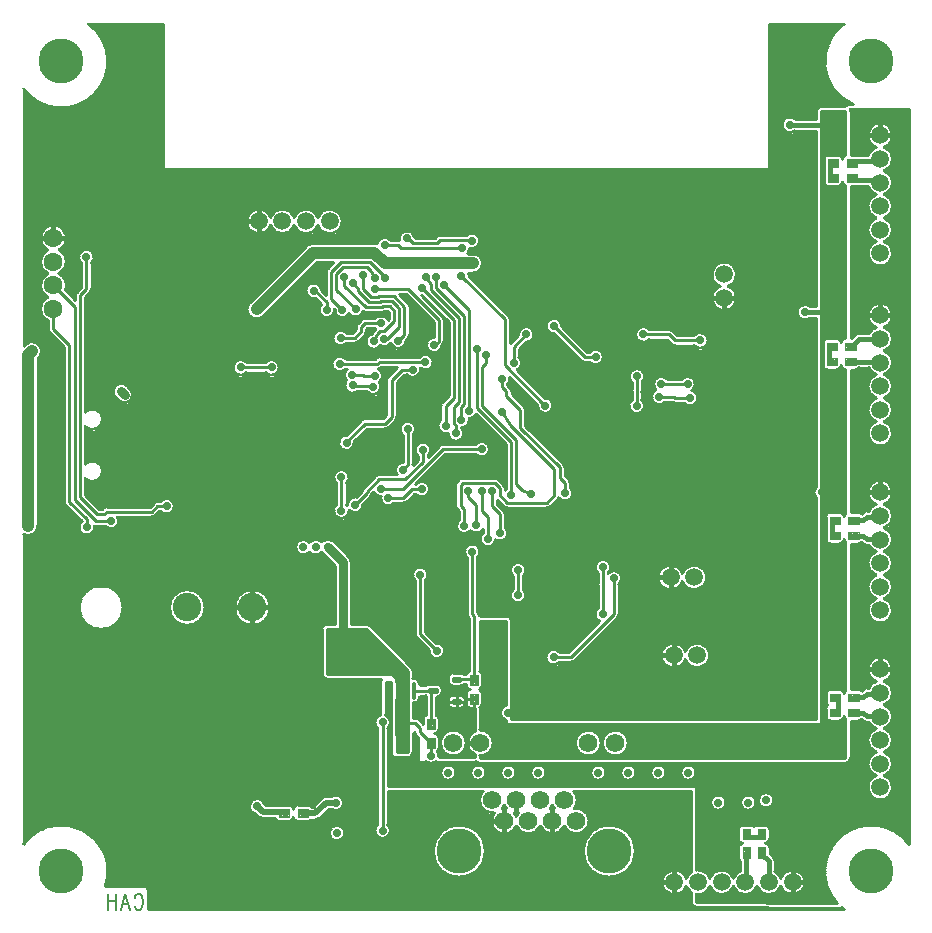
<source format=gbl>
*
*
G04 PADS 9.3.1 Build Number: 456998 generated Gerber (RS-274-X) file*
G04 PC Version=2.1*
*
%IN "accumulatron_rev1.pcb"*%
*
%MOIN*%
*
%FSLAX35Y35*%
*
*
*
*
G04 PC Standard Apertures*
*
*
G04 Thermal Relief Aperture macro.*
%AMTER*
1,1,$1,0,0*
1,0,$1-$2,0,0*
21,0,$3,$4,0,0,45*
21,0,$3,$4,0,0,135*
%
*
*
G04 Annular Aperture macro.*
%AMANN*
1,1,$1,0,0*
1,0,$2,0,0*
%
*
*
G04 Odd Aperture macro.*
%AMODD*
1,1,$1,0,0*
1,0,$1-0.005,0,0*
%
*
*
G04 PC Custom Aperture Macros*
*
*
*
*
*
*
G04 PC Aperture Table*
*
%ADD010C,0.001*%
%ADD011C,0.004*%
%ADD014C,0.008*%
%ADD017C,0.095*%
%ADD020C,0.01*%
%ADD021C,0.06299*%
%ADD022C,0.02*%
%ADD023C,0.062*%
%ADD024C,0.15*%
%ADD026C,0.05906*%
%ADD029C,0.03*%
%ADD031C,0.016*%
%ADD036C,0.04*%
%ADD041C,0.028*%
%ADD042C,0.015*%
%ADD043R,0.01417X0.05906*%
%ADD044R,0.01378X0.05906*%
%ADD045O,0.01417X0.05906*%
*
*
*
*
G04 PC Circuitry*
G04 Layer Name accumulatron_rev1.pcb - circuitry*
%LPD*%
*
*
G04 PC Custom Flashes*
G04 Layer Name accumulatron_rev1.pcb - flashes*
%LPD*%
*
*
G04 PC Circuitry*
G04 Layer Name accumulatron_rev1.pcb - circuitry*
%LPD*%
*
G54D10*
G54D11*
G01X191000Y135700D02*
Y133100D01*
X187600*
Y135700*
X191000*
X187600Y133200D02*
X191000D01*
X187600Y133600D02*
X191000D01*
X187600Y134000D02*
X191000D01*
X187600Y134400D02*
X191000D01*
X187600Y134800D02*
X191000D01*
X187600Y135200D02*
X191000D01*
X187600Y135600D02*
X191000D01*
X187600Y133100D02*
Y135700D01*
X188000Y133100D02*
Y135700D01*
X188400Y133100D02*
Y135700D01*
X188800Y133100D02*
Y135700D01*
X189200Y133100D02*
Y135700D01*
X189600Y133100D02*
Y135700D01*
X190000Y133100D02*
Y135700D01*
X190400Y133100D02*
Y135700D01*
X190800Y133100D02*
Y135700D01*
X197200D02*
Y133100D01*
X193800*
Y135700*
X197200*
X193800Y133200D02*
X197200D01*
X193800Y133600D02*
X197200D01*
X193800Y134000D02*
X197200D01*
X193800Y134400D02*
X197200D01*
X193800Y134800D02*
X197200D01*
X193800Y135200D02*
X197200D01*
X193800Y135600D02*
X197200D01*
X194000Y133100D02*
Y135700D01*
X194400Y133100D02*
Y135700D01*
X194800Y133100D02*
Y135700D01*
X195200Y133100D02*
Y135700D01*
X195600Y133100D02*
Y135700D01*
X196000Y133100D02*
Y135700D01*
X196400Y133100D02*
Y135700D01*
X196800Y133100D02*
Y135700D01*
X197200Y133100D02*
Y135700D01*
X254000Y177100D02*
X251400D01*
Y180500*
X254000*
Y177100*
X251400Y177200D02*
X254000D01*
X251400Y177600D02*
X254000D01*
X251400Y178000D02*
X254000D01*
X251400Y178400D02*
X254000D01*
X251400Y178800D02*
X254000D01*
X251400Y179200D02*
X254000D01*
X251400Y179600D02*
X254000D01*
X251400Y180000D02*
X254000D01*
X251400Y180400D02*
X254000D01*
X251600Y177100D02*
Y180500D01*
X252000Y177100D02*
Y180500D01*
X252400Y177100D02*
Y180500D01*
X252800Y177100D02*
Y180500D01*
X253200Y177100D02*
Y180500D01*
X253600Y177100D02*
Y180500D01*
X254000Y177100D02*
Y180500D01*
Y170900D02*
X251400D01*
Y174300*
X254000*
Y170900*
X251400Y171200D02*
X254000D01*
X251400Y171600D02*
X254000D01*
X251400Y172000D02*
X254000D01*
X251400Y172400D02*
X254000D01*
X251400Y172800D02*
X254000D01*
X251400Y173200D02*
X254000D01*
X251400Y173600D02*
X254000D01*
X251400Y174000D02*
X254000D01*
X251600Y170900D02*
Y174300D01*
X252000Y170900D02*
Y174300D01*
X252400Y170900D02*
Y174300D01*
X252800Y170900D02*
Y174300D01*
X253200Y170900D02*
Y174300D01*
X253600Y170900D02*
Y174300D01*
X254000Y170900D02*
Y174300D01*
X236900Y159600D02*
X239500D01*
Y156200*
X236900*
Y159600*
Y156400D02*
X239500D01*
X236900Y156800D02*
X239500D01*
X236900Y157200D02*
X239500D01*
X236900Y157600D02*
X239500D01*
X236900Y158000D02*
X239500D01*
X236900Y158400D02*
X239500D01*
X236900Y158800D02*
X239500D01*
X236900Y159200D02*
X239500D01*
X236900Y159600D02*
X239500D01*
X237200Y156200D02*
Y159600D01*
X237600Y156200D02*
Y159600D01*
X238000Y156200D02*
Y159600D01*
X238400Y156200D02*
Y159600D01*
X238800Y156200D02*
Y159600D01*
X239200Y156200D02*
Y159600D01*
X236900Y165800D02*
X239500D01*
Y162400*
X236900*
Y165800*
Y162400D02*
X239500D01*
X236900Y162800D02*
X239500D01*
X236900Y163200D02*
X239500D01*
X236900Y163600D02*
X239500D01*
X236900Y164000D02*
X239500D01*
X236900Y164400D02*
X239500D01*
X236900Y164800D02*
X239500D01*
X236900Y165200D02*
X239500D01*
X236900Y165600D02*
X239500D01*
X237200Y162400D02*
Y165800D01*
X237600Y162400D02*
Y165800D01*
X238000Y162400D02*
Y165800D01*
X238400Y162400D02*
Y165800D01*
X238800Y162400D02*
Y165800D01*
X239200Y162400D02*
Y165800D01*
X376800Y349800D02*
Y352400D01*
X380200*
Y349800*
X376800*
Y350000D02*
X380200D01*
X376800Y350400D02*
X380200D01*
X376800Y350800D02*
X380200D01*
X376800Y351200D02*
X380200D01*
X376800Y351600D02*
X380200D01*
X376800Y352000D02*
X380200D01*
X376800Y352400D02*
X380200D01*
X376800Y349800D02*
Y352400D01*
X377200Y349800D02*
Y352400D01*
X377600Y349800D02*
Y352400D01*
X378000Y349800D02*
Y352400D01*
X378400Y349800D02*
Y352400D01*
X378800Y349800D02*
Y352400D01*
X379200Y349800D02*
Y352400D01*
X379600Y349800D02*
Y352400D01*
X380000Y349800D02*
Y352400D01*
X370600Y349800D02*
Y352400D01*
X374000*
Y349800*
X370600*
Y350000D02*
X374000D01*
X370600Y350400D02*
X374000D01*
X370600Y350800D02*
X374000D01*
X370600Y351200D02*
X374000D01*
X370600Y351600D02*
X374000D01*
X370600Y352000D02*
X374000D01*
X370600Y352400D02*
X374000D01*
X370800Y349800D02*
Y352400D01*
X371200Y349800D02*
Y352400D01*
X371600Y349800D02*
Y352400D01*
X372000Y349800D02*
Y352400D01*
X372400Y349800D02*
Y352400D01*
X372800Y349800D02*
Y352400D01*
X373200Y349800D02*
Y352400D01*
X373600Y349800D02*
Y352400D01*
X374000Y349800D02*
Y352400D01*
Y347400D02*
Y344800D01*
X370600*
Y347400*
X374000*
X370600Y344800D02*
X374000D01*
X370600Y345200D02*
X374000D01*
X370600Y345600D02*
X374000D01*
X370600Y346000D02*
X374000D01*
X370600Y346400D02*
X374000D01*
X370600Y346800D02*
X374000D01*
X370600Y347200D02*
X374000D01*
X370800Y344800D02*
Y347400D01*
X371200Y344800D02*
Y347400D01*
X371600Y344800D02*
Y347400D01*
X372000Y344800D02*
Y347400D01*
X372400Y344800D02*
Y347400D01*
X372800Y344800D02*
Y347400D01*
X373200Y344800D02*
Y347400D01*
X373600Y344800D02*
Y347400D01*
X374000Y344800D02*
Y347400D01*
X380200D02*
Y344800D01*
X376800*
Y347400*
X380200*
X376800Y344800D02*
X380200D01*
X376800Y345200D02*
X380200D01*
X376800Y345600D02*
X380200D01*
X376800Y346000D02*
X380200D01*
X376800Y346400D02*
X380200D01*
X376800Y346800D02*
X380200D01*
X376800Y347200D02*
X380200D01*
X376800Y344800D02*
Y347400D01*
X377200Y344800D02*
Y347400D01*
X377600Y344800D02*
Y347400D01*
X378000Y344800D02*
Y347400D01*
X378400Y344800D02*
Y347400D01*
X378800Y344800D02*
Y347400D01*
X379200Y344800D02*
Y347400D01*
X379600Y344800D02*
Y347400D01*
X380000Y344800D02*
Y347400D01*
X376400Y288700D02*
Y291300D01*
X379800*
Y288700*
X376400*
Y288800D02*
X379800D01*
X376400Y289200D02*
X379800D01*
X376400Y289600D02*
X379800D01*
X376400Y290000D02*
X379800D01*
X376400Y290400D02*
X379800D01*
X376400Y290800D02*
X379800D01*
X376400Y291200D02*
X379800D01*
X376400Y288700D02*
Y291300D01*
X376800Y288700D02*
Y291300D01*
X377200Y288700D02*
Y291300D01*
X377600Y288700D02*
Y291300D01*
X378000Y288700D02*
Y291300D01*
X378400Y288700D02*
Y291300D01*
X378800Y288700D02*
Y291300D01*
X379200Y288700D02*
Y291300D01*
X379600Y288700D02*
Y291300D01*
X370200Y288700D02*
Y291300D01*
X373600*
Y288700*
X370200*
Y288800D02*
X373600D01*
X370200Y289200D02*
X373600D01*
X370200Y289600D02*
X373600D01*
X370200Y290000D02*
X373600D01*
X370200Y290400D02*
X373600D01*
X370200Y290800D02*
X373600D01*
X370200Y291200D02*
X373600D01*
X370400Y288700D02*
Y291300D01*
X370800Y288700D02*
Y291300D01*
X371200Y288700D02*
Y291300D01*
X371600Y288700D02*
Y291300D01*
X372000Y288700D02*
Y291300D01*
X372400Y288700D02*
Y291300D01*
X372800Y288700D02*
Y291300D01*
X373200Y288700D02*
Y291300D01*
X373600Y288700D02*
Y291300D01*
Y286300D02*
Y283700D01*
X370200*
Y286300*
X373600*
X370200Y284000D02*
X373600D01*
X370200Y284400D02*
X373600D01*
X370200Y284800D02*
X373600D01*
X370200Y285200D02*
X373600D01*
X370200Y285600D02*
X373600D01*
X370200Y286000D02*
X373600D01*
X370400Y283700D02*
Y286300D01*
X370800Y283700D02*
Y286300D01*
X371200Y283700D02*
Y286300D01*
X371600Y283700D02*
Y286300D01*
X372000Y283700D02*
Y286300D01*
X372400Y283700D02*
Y286300D01*
X372800Y283700D02*
Y286300D01*
X373200Y283700D02*
Y286300D01*
X373600Y283700D02*
Y286300D01*
X379800D02*
Y283700D01*
X376400*
Y286300*
X379800*
X376400Y284000D02*
X379800D01*
X376400Y284400D02*
X379800D01*
X376400Y284800D02*
X379800D01*
X376400Y285200D02*
X379800D01*
X376400Y285600D02*
X379800D01*
X376400Y286000D02*
X379800D01*
X376400Y283700D02*
Y286300D01*
X376800Y283700D02*
Y286300D01*
X377200Y283700D02*
Y286300D01*
X377600Y283700D02*
Y286300D01*
X378000Y283700D02*
Y286300D01*
X378400Y283700D02*
Y286300D01*
X378800Y283700D02*
Y286300D01*
X379200Y283700D02*
Y286300D01*
X379600Y283700D02*
Y286300D01*
X377400Y230700D02*
Y233300D01*
X380800*
Y230700*
X377400*
Y230800D02*
X380800D01*
X377400Y231200D02*
X380800D01*
X377400Y231600D02*
X380800D01*
X377400Y232000D02*
X380800D01*
X377400Y232400D02*
X380800D01*
X377400Y232800D02*
X380800D01*
X377400Y233200D02*
X380800D01*
X377600Y230700D02*
Y233300D01*
X378000Y230700D02*
Y233300D01*
X378400Y230700D02*
Y233300D01*
X378800Y230700D02*
Y233300D01*
X379200Y230700D02*
Y233300D01*
X379600Y230700D02*
Y233300D01*
X380000Y230700D02*
Y233300D01*
X380400Y230700D02*
Y233300D01*
X380800Y230700D02*
Y233300D01*
X371200Y230700D02*
Y233300D01*
X374600*
Y230700*
X371200*
Y230800D02*
X374600D01*
X371200Y231200D02*
X374600D01*
X371200Y231600D02*
X374600D01*
X371200Y232000D02*
X374600D01*
X371200Y232400D02*
X374600D01*
X371200Y232800D02*
X374600D01*
X371200Y233200D02*
X374600D01*
X371200Y230700D02*
Y233300D01*
X371600Y230700D02*
Y233300D01*
X372000Y230700D02*
Y233300D01*
X372400Y230700D02*
Y233300D01*
X372800Y230700D02*
Y233300D01*
X373200Y230700D02*
Y233300D01*
X373600Y230700D02*
Y233300D01*
X374000Y230700D02*
Y233300D01*
X374400Y230700D02*
Y233300D01*
X374600Y228300D02*
Y225700D01*
X371200*
Y228300*
X374600*
X371200Y226000D02*
X374600D01*
X371200Y226400D02*
X374600D01*
X371200Y226800D02*
X374600D01*
X371200Y227200D02*
X374600D01*
X371200Y227600D02*
X374600D01*
X371200Y228000D02*
X374600D01*
X371200Y225700D02*
Y228300D01*
X371600Y225700D02*
Y228300D01*
X372000Y225700D02*
Y228300D01*
X372400Y225700D02*
Y228300D01*
X372800Y225700D02*
Y228300D01*
X373200Y225700D02*
Y228300D01*
X373600Y225700D02*
Y228300D01*
X374000Y225700D02*
Y228300D01*
X374400Y225700D02*
Y228300D01*
X380800D02*
Y225700D01*
X377400*
Y228300*
X380800*
X377400Y226000D02*
X380800D01*
X377400Y226400D02*
X380800D01*
X377400Y226800D02*
X380800D01*
X377400Y227200D02*
X380800D01*
X377400Y227600D02*
X380800D01*
X377400Y228000D02*
X380800D01*
X377600Y225700D02*
Y228300D01*
X378000Y225700D02*
Y228300D01*
X378400Y225700D02*
Y228300D01*
X378800Y225700D02*
Y228300D01*
X379200Y225700D02*
Y228300D01*
X379600Y225700D02*
Y228300D01*
X380000Y225700D02*
Y228300D01*
X380400Y225700D02*
Y228300D01*
X380800Y225700D02*
Y228300D01*
X377400Y171700D02*
Y174300D01*
X380800*
Y171700*
X377400*
Y172000D02*
X380800D01*
X377400Y172400D02*
X380800D01*
X377400Y172800D02*
X380800D01*
X377400Y173200D02*
X380800D01*
X377400Y173600D02*
X380800D01*
X377400Y174000D02*
X380800D01*
X377600Y171700D02*
Y174300D01*
X378000Y171700D02*
Y174300D01*
X378400Y171700D02*
Y174300D01*
X378800Y171700D02*
Y174300D01*
X379200Y171700D02*
Y174300D01*
X379600Y171700D02*
Y174300D01*
X380000Y171700D02*
Y174300D01*
X380400Y171700D02*
Y174300D01*
X380800Y171700D02*
Y174300D01*
X371200Y171700D02*
Y174300D01*
X374600*
Y171700*
X371200*
Y172000D02*
X374600D01*
X371200Y172400D02*
X374600D01*
X371200Y172800D02*
X374600D01*
X371200Y173200D02*
X374600D01*
X371200Y173600D02*
X374600D01*
X371200Y174000D02*
X374600D01*
X371200Y171700D02*
Y174300D01*
X371600Y171700D02*
Y174300D01*
X372000Y171700D02*
Y174300D01*
X372400Y171700D02*
Y174300D01*
X372800Y171700D02*
Y174300D01*
X373200Y171700D02*
Y174300D01*
X373600Y171700D02*
Y174300D01*
X374000Y171700D02*
Y174300D01*
X374400Y171700D02*
Y174300D01*
X374600Y169300D02*
Y166700D01*
X371200*
Y169300*
X374600*
X371200Y166800D02*
X374600D01*
X371200Y167200D02*
X374600D01*
X371200Y167600D02*
X374600D01*
X371200Y168000D02*
X374600D01*
X371200Y168400D02*
X374600D01*
X371200Y168800D02*
X374600D01*
X371200Y169200D02*
X374600D01*
X371200Y166700D02*
Y169300D01*
X371600Y166700D02*
Y169300D01*
X372000Y166700D02*
Y169300D01*
X372400Y166700D02*
Y169300D01*
X372800Y166700D02*
Y169300D01*
X373200Y166700D02*
Y169300D01*
X373600Y166700D02*
Y169300D01*
X374000Y166700D02*
Y169300D01*
X374400Y166700D02*
Y169300D01*
X380800D02*
Y166700D01*
X377400*
Y169300*
X380800*
X377400Y166800D02*
X380800D01*
X377400Y167200D02*
X380800D01*
X377400Y167600D02*
X380800D01*
X377400Y168000D02*
X380800D01*
X377400Y168400D02*
X380800D01*
X377400Y168800D02*
X380800D01*
X377400Y169200D02*
X380800D01*
X377600Y166700D02*
Y169300D01*
X378000Y166700D02*
Y169300D01*
X378400Y166700D02*
Y169300D01*
X378800Y166700D02*
Y169300D01*
X379200Y166700D02*
Y169300D01*
X379600Y166700D02*
Y169300D01*
X380000Y166700D02*
Y169300D01*
X380400Y166700D02*
Y169300D01*
X380800Y166700D02*
Y169300D01*
X347100Y123000D02*
X349700D01*
Y119600*
X347100*
Y123000*
Y119600D02*
X349700D01*
X347100Y120000D02*
X349700D01*
X347100Y120400D02*
X349700D01*
X347100Y120800D02*
X349700D01*
X347100Y121200D02*
X349700D01*
X347100Y121600D02*
X349700D01*
X347100Y122000D02*
X349700D01*
X347100Y122400D02*
X349700D01*
X347100Y122800D02*
X349700D01*
X347200Y119600D02*
Y123000D01*
X347600Y119600D02*
Y123000D01*
X348000Y119600D02*
Y123000D01*
X348400Y119600D02*
Y123000D01*
X348800Y119600D02*
Y123000D01*
X349200Y119600D02*
Y123000D01*
X349600Y119600D02*
Y123000D01*
X347100Y129200D02*
X349700D01*
Y125800*
X347100*
Y129200*
Y126000D02*
X349700D01*
X347100Y126400D02*
X349700D01*
X347100Y126800D02*
X349700D01*
X347100Y127200D02*
X349700D01*
X347100Y127600D02*
X349700D01*
X347100Y128000D02*
X349700D01*
X347100Y128400D02*
X349700D01*
X347100Y128800D02*
X349700D01*
X347100Y129200D02*
X349700D01*
X347200Y125800D02*
Y129200D01*
X347600Y125800D02*
Y129200D01*
X348000Y125800D02*
Y129200D01*
X348400Y125800D02*
Y129200D01*
X348800Y125800D02*
Y129200D01*
X349200Y125800D02*
Y129200D01*
X349600Y125800D02*
Y129200D01*
X344700Y125800D02*
X342100D01*
Y129200*
X344700*
Y125800*
X342100Y126000D02*
X344700D01*
X342100Y126400D02*
X344700D01*
X342100Y126800D02*
X344700D01*
X342100Y127200D02*
X344700D01*
X342100Y127600D02*
X344700D01*
X342100Y128000D02*
X344700D01*
X342100Y128400D02*
X344700D01*
X342100Y128800D02*
X344700D01*
X342100Y129200D02*
X344700D01*
X342400Y125800D02*
Y129200D01*
X342800Y125800D02*
Y129200D01*
X343200Y125800D02*
Y129200D01*
X343600Y125800D02*
Y129200D01*
X344000Y125800D02*
Y129200D01*
X344400Y125800D02*
Y129200D01*
X344700Y119600D02*
X342100D01*
Y123000*
X344700*
Y119600*
X342100D02*
X344700D01*
X342100Y120000D02*
X344700D01*
X342100Y120400D02*
X344700D01*
X342100Y120800D02*
X344700D01*
X342100Y121200D02*
X344700D01*
X342100Y121600D02*
X344700D01*
X342100Y122000D02*
X344700D01*
X342100Y122400D02*
X344700D01*
X342100Y122800D02*
X344700D01*
X342400Y119600D02*
Y123000D01*
X342800Y119600D02*
Y123000D01*
X343200Y119600D02*
Y123000D01*
X343600Y119600D02*
Y123000D01*
X344000Y119600D02*
Y123000D01*
X344400Y119600D02*
Y123000D01*
G54D14*
X139473Y106300D02*
X139655Y106800D01*
X140018Y107300*
X140382Y107550*
X141109*
X141473Y107300*
X141836Y106800*
X142018Y106300*
X142200Y105550*
Y104300*
X142018Y103550*
X141836Y103050*
X141473Y102550*
X141109Y102300*
X140382*
X140018Y102550*
X139655Y103050*
X139473Y103550*
X136382Y107550D02*
X137836Y102300D01*
X136382Y107550D02*
X134927Y102300D01*
X137291Y104050D02*
X135473D01*
X133291Y107550D02*
Y102300D01*
X130745Y107550D02*
Y102300D01*
X133291Y105050D02*
X130745D01*
G54D17*
X157000Y203000D03*
X178700D03*
G54D20*
X248050Y179540D02*
Y178540D01*
X245550*
Y179540*
X248050*
X245550Y179000D02*
X248050D01*
X246000Y178540D02*
Y179540D01*
X247000Y178540D02*
Y179540D01*
X248000Y178540D02*
Y179540D01*
X248050Y172060D02*
Y171060D01*
X245550*
Y172060*
X248050*
X245550Y172000D02*
X248050D01*
X246000Y171060D02*
Y172060D01*
X247000Y171060D02*
Y172060D01*
X248000Y171060D02*
Y172060D01*
X240176Y175800D02*
Y174800D01*
X237676*
Y175800*
X240176*
X237676Y175000D02*
X240176D01*
X238000Y174800D02*
Y175800D01*
X239000Y174800D02*
Y175800D01*
X240000Y174800D02*
Y175800D01*
X222100Y128600D02*
Y164700D01*
X238300Y153600D02*
Y157900D01*
X238200*
X234600Y161500*
Y162800*
X232900Y164500*
X229600*
X238200Y164100D02*
Y175300D01*
X238926*
X232532Y175265D02*
X232568Y175300D01*
X238926*
X252700Y178800D02*
Y200100D01*
X252000Y200800*
Y221600*
X252700Y178800D02*
X252460Y179040D01*
X246800*
X240200Y188500D02*
X234700Y194000D01*
Y213900*
X279100Y186400D02*
X284777D01*
X299200Y200823*
Y212700*
X299300*
X295500Y200800D02*
Y210500D01*
X295600Y210600*
Y216400*
X267300Y207100D02*
Y215400D01*
X121300Y239779D02*
Y307100D01*
X123400Y309200*
Y319800*
X129400Y234100D02*
X130200Y234900D01*
X145200*
X147000Y236700*
X150100*
X129400Y234100D02*
X126979D01*
X121300Y239779*
X131600Y231800D02*
X126485D01*
X119600Y238685*
Y303174*
X112400Y310374*
X123500Y229700D02*
Y232380D01*
X117700Y238180*
Y290444*
X112400Y295744*
Y302500*
X208400Y235300D02*
Y246400D01*
X213000Y237200D02*
X216834Y241034D01*
Y241611*
X220923Y245700*
X229696*
X235600Y251604*
Y255500*
X221500Y242600D02*
X229000D01*
X242100Y255700*
X255200*
X224000Y239500D02*
X229000D01*
X231900Y242400*
X235200*
X253300Y230400D02*
Y237300D01*
X250700Y239900*
Y241800*
X249300Y230100D02*
Y235700D01*
X248100Y236900*
Y243800*
X261300Y227700D02*
Y234000D01*
X258600Y236700*
Y241700*
X257200Y225800D02*
Y233100D01*
X255100Y235200*
Y241900*
X276777Y237900D02*
X279400Y240523D01*
Y249100*
X276777Y237900D02*
X263723D01*
X261200Y240423*
Y242777*
X259477Y244500*
X271500Y240800D02*
X268500Y242200D01*
X266500Y244200*
Y258955*
X255300Y270155*
X264800Y240500D02*
Y258250D01*
X253600Y269450*
Y289200*
X283000Y241000D02*
Y244392D01*
X281100Y246292*
Y249804*
X268000Y262904*
Y268800*
X263400Y273400*
Y275100*
X262000Y276500*
Y279200*
X209968Y258032D02*
X216236Y264300D01*
X223000*
X225100Y266400*
Y278800*
X228600Y282300*
X232200*
X210100Y257900D02*
X209968Y258032D01*
X230500Y255800D02*
Y262500D01*
Y250836*
X229000Y248800D02*
X230500Y250836D01*
X248100Y243800D02*
X248800Y244500D01*
X259477*
X246600Y261000D02*
Y263600D01*
X245800Y264400*
X279400Y249100D02*
X264900Y263600D01*
X262000Y268000*
X174800Y283000D02*
X185100D01*
X219000Y276500D02*
Y276750D01*
X212100*
Y277000*
X219500Y280300D02*
X215800D01*
X215600Y280500*
X211900*
X255300Y270155D02*
Y283055D01*
X256700Y284455*
Y287200*
X245900Y272987D02*
Y298815D01*
X235257Y309457*
X245800Y264400D02*
Y269700D01*
X247600Y271500*
Y299519*
X238200Y308919*
Y310964*
X238000Y311164*
X236500Y313200*
X249300Y270686D02*
Y300223D01*
X240000Y309523*
Y313100*
X243100Y263600D02*
Y270187D01*
X245900Y272987*
X251000Y268600D02*
Y302200D01*
X242700Y310500*
X248400Y265500D02*
Y269786D01*
X249300Y270686*
X276300Y270300D02*
X262900Y283700D01*
Y299100*
X248400Y313600*
X306800Y270200D02*
Y275100D01*
X306900Y275200*
Y280000*
X315000Y277500D02*
X323800D01*
X324600Y272800D02*
X319700D01*
X319300Y273200*
X314400*
X208100Y292800D02*
X212800D01*
X215000Y295000*
Y296600*
X216100Y297700*
X221600*
X219021Y291802D02*
X220300Y294058D01*
X221342Y295100*
X222677*
X226000Y298423*
X208700Y302200D02*
X205000Y305900D01*
Y314981*
X213100Y302400D02*
X206700Y308800D01*
X219200Y291700D02*
X219021Y291802D01*
X203500Y302200D02*
Y304700D01*
X199350Y308850*
X207800Y284200D02*
X220400D01*
X221100Y284900*
X233500*
X225181Y305100D02*
X227200Y303081D01*
X227700Y302581*
X229400Y293900D02*
Y303285D01*
X225885Y306800*
X226000Y298423D02*
Y301877D01*
X224477Y303400*
X240800Y291500D02*
Y298900D01*
X230600Y309100*
X219500*
X222700Y292500D02*
X223600D01*
X227700Y296600*
Y302581*
X227400Y291900D02*
X229400Y293900D01*
X236400Y284800D02*
X233600D01*
X233500Y284900*
X239300Y290500D02*
X240800Y291500D01*
X265800Y284500D02*
Y289800D01*
X270000Y294000*
X293100Y286500D02*
X289500D01*
X279200Y296800*
X328000Y292000D02*
X319500D01*
X317500Y294000*
X309000*
X199100Y308600D02*
X199350Y308850D01*
X222018Y303100D02*
X222318Y303400D01*
X224477*
X222018Y303100D02*
X216523D01*
X209300Y310323*
Y313200*
X221309Y304800D02*
X221609Y305100D01*
X225181*
X221309Y304800D02*
X217719D01*
X214000Y308519*
Y309300*
X212200Y311100*
X220600Y306500D02*
X220900Y306800D01*
X222500*
X220600Y306500D02*
X218423D01*
X215700Y309223*
Y313800*
X219577Y312744D02*
X218298Y315000D01*
X216898Y316400*
X208823*
X205000Y314981D02*
X208119Y318100D01*
X217864*
X206700Y308800D02*
Y314277D01*
X208823Y316400*
X219500Y312700D02*
X219577Y312744D01*
X222500Y306800D02*
X225885D01*
X223132Y312832D02*
X217864Y318100D01*
X235257Y309457D02*
X235300Y309500D01*
X223000Y312700D02*
X223132Y312832D01*
X248600Y322700D02*
X228100D01*
X227100Y323700*
X222800*
X240200Y324400D02*
X241200Y325400D01*
X251900*
X240200Y324400D02*
X232264D01*
X230432Y326232*
X230200Y326000D02*
X230432Y326232D01*
X251900Y325200D02*
Y325400D01*
X304000Y157800D02*
G75*
G03X304000I-4300J0D01*
G01X295000D02*
G03X295000I-4300J0D01*
G01X352500Y138700D02*
G03X352500I-2600J0D01*
G01X346600Y137962D02*
G03X346600I-2600J0D01*
G01X336600D02*
G03X336600I-2600J0D01*
G01X326600Y147962D02*
G03X326600I-2600J0D01*
G01X316600D02*
G03X316600I-2600J0D01*
G01X306600D02*
G03X306600I-2600J0D01*
G01X296600D02*
G03X296600I-2600J0D01*
G01X276600D02*
G03X276600I-2600J0D01*
G01X266600D02*
G03X266600I-2600J0D01*
G01X256600D02*
G03X256600I-2600J0D01*
G01X246600D02*
G03X246600I-2600J0D01*
G01X162950Y203000D02*
G03X162950I-5950J0D01*
G01X135600D02*
G03X135600I-7300J0D01*
G01X184650D02*
G03X184650I-5950J0D01*
G01X209500Y127800D02*
G03X209500I-2600J0D01*
G01X250000Y157800D02*
G03X250000I-4300J0D01*
G01X256400Y121800D02*
G03X256400I-8700J0D01*
G01X306400D02*
G03X306400I-8700J0D01*
G01X376400Y353742D02*
Y368400D01*
X368400*
Y164000*
X263300*
Y165458*
Y170466D02*
G03Y165458I700J-2504D01*
G01Y170466D02*
Y198500D01*
X254500*
Y181808*
X255400Y180500D02*
G03X254500Y181808I-1400J0D01*
G01X255400Y180500D02*
Y177100D01*
X254500Y175792D02*
G03X255400Y177100I-500J1308D01*
G01X254500Y175792D02*
Y175608D01*
X255400Y174300D02*
G03X254500Y175608I-1400J0D01*
G01X255400Y174300D02*
Y170900D01*
X254500Y169592D02*
G03X255400Y170900I-500J1308D01*
G01X254500Y169592D02*
Y162173D01*
Y153583D02*
G03Y162173I200J4295D01*
G01Y153583D02*
Y152800D01*
X376400*
Y165720*
X376000Y166692D02*
G03X376400Y165720I1400J8D01*
G01X374600Y165300D02*
G03X376000Y166692I0J1400D01*
G01X374600Y165300D02*
X371200D01*
X369800Y166700D02*
G03X371200Y165300I1400J0D01*
G01X369800Y166700D02*
Y169300D01*
X370479Y170500D02*
G03X369800Y169300I721J-1200D01*
G01Y171700D02*
G03X370479Y170500I1400J0D01*
G01X369800Y171700D02*
Y174300D01*
X371200Y175700D02*
G03X369800Y174300I0J-1400D01*
G01X371200Y175700D02*
X374600D01*
X376000Y174308D02*
G03X374600Y175700I-1400J-8D01*
G01X376400Y175280D02*
G03X376000Y174308I1000J-980D01*
G01X376400Y175280D02*
Y224720D01*
X376000Y225692D02*
G03X376400Y224720I1400J8D01*
G01X374600Y224300D02*
G03X376000Y225692I0J1400D01*
G01X374600Y224300D02*
X371200D01*
X369800Y225700D02*
G03X371200Y224300I1400J0D01*
G01X369800Y225700D02*
Y227000D01*
Y230700*
Y233300*
X371200Y234700D02*
G03X369800Y233300I0J-1400D01*
G01X371200Y234700D02*
X374600D01*
X376000Y233308D02*
G03X374600Y234700I-1400J-8D01*
G01X376400Y234280D02*
G03X376000Y233308I1000J-980D01*
G01X376400Y234280D02*
Y282300D01*
X375000Y283692D02*
G03X376400Y282300I1400J8D01*
G01X373600D02*
G03X375000Y283692I0J1400D01*
G01X373600Y282300D02*
X370200D01*
X368800Y283700D02*
G03X370200Y282300I1400J0D01*
G01X368800Y283700D02*
Y285000D01*
Y288700*
Y291300*
X370200Y292700D02*
G03X368800Y291300I0J-1400D01*
G01X370200Y292700D02*
X373600D01*
X375000Y291308D02*
G03X373600Y292700I-1400J-8D01*
G01X376400D02*
G03X375000Y291308I0J-1400D01*
G01X376400Y292700D02*
Y343458D01*
X375400Y344792D02*
G03X376400Y343458I1400J8D01*
G01X374000Y343400D02*
G03X375400Y344792I0J1400D01*
G01X374000Y343400D02*
X370600D01*
X369200Y344800D02*
G03X370600Y343400I1400J0D01*
G01X369200Y344800D02*
Y346100D01*
Y349800*
Y352400*
X370600Y353800D02*
G03X369200Y352400I0J-1400D01*
G01X370600Y353800D02*
X374000D01*
X375400Y352408D02*
G03X374000Y353800I-1400J-8D01*
G01X376400Y353742D02*
G03X375400Y352408I400J-1342D01*
G01X230500Y154700D02*
Y181893D01*
X216593Y195800*
X203500*
Y180900*
X225207*
X226600Y179507*
Y178823*
X226764Y178217D02*
G03X226600Y178823I-1200J0D01*
G01X226764Y178217D02*
Y172312D01*
X226600Y171707D02*
G03X226764Y172312I-1036J605D01*
G01X226600Y171707D02*
Y161106D01*
X226764Y160501D02*
G03X226600Y161106I-1200J-0D01*
G01X226764Y160501D02*
Y154700D01*
X230500*
X397500Y124165D02*
Y369100D01*
X377949*
X378100Y368400D02*
G03X377949Y369100I-1700J0D01*
G01X378100Y368400D02*
Y353800D01*
X380200*
X384057*
X386679Y356433D02*
G03X384057Y353800I1321J-3937D01*
G01X389321Y356433D02*
G03X386679I-1321J3937D01*
G01X389321Y348559D02*
G03Y356433I-1321J3937D01*
G01Y340685D02*
G03Y348559I-1321J3937D01*
G01Y332811D02*
G03Y340685I-1321J3937D01*
G01Y324937D02*
G03Y332811I-1321J3937D01*
G01X386679Y324937D02*
G03X389321I1321J-3937D01*
G01X386679Y332811D02*
G03Y324937I1321J-3937D01*
G01Y340685D02*
G03Y332811I1321J-3937D01*
G01X384031Y343400D02*
G03X386679Y340685I3969J1222D01*
G01X384031Y343400D02*
X378500D01*
X378100*
Y292700*
X378372*
X379582Y293910*
X380996Y294496D02*
G03X379582Y293910I0J-2000D01*
G01X380996Y294496D02*
X384361D01*
X386679Y296433D02*
G03X384361Y294496I1321J-3937D01*
G01X389321Y296433D02*
G03X386679I-1321J3937D01*
G01X389321Y288559D02*
G03Y296433I-1321J3937D01*
G01Y280685D02*
G03Y288559I-1321J3937D01*
G01Y272811D02*
G03Y280685I-1321J3937D01*
G01Y264937D02*
G03Y272811I-1321J3937D01*
G01X386679Y264937D02*
G03X389321I1321J-3937D01*
G01X386679Y272811D02*
G03Y264937I1321J-3937D01*
G01Y280685D02*
G03Y272811I1321J-3937D01*
G01X384195Y282958D02*
G03X386679Y280685I3805J1664D01*
G01X384195Y282958D02*
X380987D01*
X379800Y282300D02*
G03X380987Y282958I0J1400D01*
G01X379800Y282300D02*
X378100D01*
Y234700*
X380800*
X381812Y234268D02*
G03X380800Y234700I-1012J-968D01*
G01X381812Y234268D02*
X382233Y234689D01*
X383647Y235275D02*
G03X382233Y234689I0J-2000D01*
G01X383647Y235275D02*
X384247D01*
X386679Y237433D02*
G03X384248Y235275I1321J-3937D01*
G01X389321Y237433D02*
G03X386679I-1321J3937D01*
G01X389321Y229559D02*
G03Y237433I-1321J3937D01*
G01Y221685D02*
G03Y229559I-1321J3937D01*
G01Y213811D02*
G03Y221685I-1321J3937D01*
G01Y205937D02*
G03Y213811I-1321J3937D01*
G01X386679Y205937D02*
G03X389321I1321J-3937D01*
G01X386679Y213811D02*
G03Y205937I1321J-3937D01*
G01Y221685D02*
G03Y213811I1321J-3937D01*
G01X384299Y223738D02*
G03X386679Y221685I3701J1884D01*
G01X384299Y223738D02*
X383647D01*
X382233Y224324D02*
G03X383647Y223738I1414J1414D01*
G01X382233Y224324D02*
X381818Y224739D01*
X380800Y224300D02*
G03X381818Y224739I0J1400D01*
G01X380800Y224300D02*
X378100D01*
Y175700*
X380800*
X381812Y175268D02*
G03X380800Y175700I-1012J-968D01*
G01X381812Y175268D02*
X382233Y175689D01*
X383647Y176275D02*
G03X382233Y175689I0J-2000D01*
G01X383647Y176275D02*
X384247D01*
X386679Y178433D02*
G03X384248Y176275I1321J-3937D01*
G01X389321Y178433D02*
G03X386679I-1321J3937D01*
G01X389321Y170559D02*
G03Y178433I-1321J3937D01*
G01Y162685D02*
G03Y170559I-1321J3937D01*
G01Y154811D02*
G03Y162685I-1321J3937D01*
G01Y146937D02*
G03Y154811I-1321J3937D01*
G01X386679Y146937D02*
G03X389321I1321J-3937D01*
G01X386679Y154811D02*
G03Y146937I1321J-3937D01*
G01Y162685D02*
G03Y154811I1321J-3937D01*
G01X384299Y164738D02*
G03X386679Y162685I3701J1884D01*
G01X384299Y164738D02*
X383647D01*
X382233Y165324D02*
G03X383647Y164738I1414J1414D01*
G01X382233Y165324D02*
X381818Y165739D01*
X380800Y165300D02*
G03X381818Y165739I0J1400D01*
G01X380800Y165300D02*
X378100D01*
Y152800*
X377700Y151705D02*
G03X378100Y152800I-1300J1095D01*
G01X377700Y151705D02*
Y151600D01*
X377604*
X376400Y151100D02*
G03X377604Y151600I0J1700D01*
G01X376400Y151100D02*
X254500D01*
X253296Y151600D02*
G03X254500Y151100I1204J1200D01*
G01X253296Y151600D02*
X239961D01*
X236639D02*
G03X239961I1661J2000D01*
G01X236639D02*
X234000D01*
Y159696*
X233398Y160298*
X232912Y161300D02*
G03X233398Y160298I1688J200D01*
G01X232912Y161300D02*
X232200D01*
Y154700*
X231700Y153496D02*
G03X232200Y154700I-1200J1204D01*
G01X231700Y153496D02*
Y153100D01*
X231075*
X230500Y153000D02*
G03X231075Y153100I0J1700D01*
G01X230500Y153000D02*
X226600D01*
X226025Y153100D02*
G03X226600Y153000I575J1600D01*
G01X226025Y153100D02*
X225400D01*
Y153496*
X224900Y154700D02*
G03X225400Y153496I1700J0D01*
G01X224900Y154700D02*
Y178300D01*
X223100*
Y167100*
X223800Y162733D02*
G03X223100Y167100I-1700J1967D01*
G01X223800Y162733D02*
Y143400D01*
X326700*
Y115513*
X331211Y112721D02*
G03X326700Y115513I-3937J-1321D01*
G01X339085Y112721D02*
G03X331211I-3937J-1321D01*
G01X341358Y115205D02*
G03X339085Y112721I1664J-3805D01*
G01X341358Y115205D02*
Y118413D01*
X340700Y119600D02*
G03X341358Y118413I1400J0D01*
G01X340700Y119600D02*
Y123000D01*
X342092Y124400D02*
G03X340700Y123000I8J-1400D01*
G01Y125800D02*
G03X342092Y124400I1400J0D01*
G01X340700Y125800D02*
Y129200D01*
X342100Y130600D02*
G03X340700Y129200I0J-1400D01*
G01X342100Y130600D02*
X344700D01*
X345900Y129921D02*
G03X344700Y130600I-1200J-721D01*
G01X347100D02*
G03X345900Y129921I0J-1400D01*
G01X347100Y130600D02*
X349700D01*
X351100Y129200D02*
G03X349700Y130600I-1400J0D01*
G01X351100Y129200D02*
Y125800D01*
X349708Y124400D02*
G03X351100Y125800I-8J1400D01*
G01Y123000D02*
G03X349708Y124400I-1400J0D01*
G01X351100Y123000D02*
Y121028D01*
X352310Y119818*
X352896Y118404D02*
G03X352310Y119818I-2000J-0D01*
G01X352896Y118404D02*
Y115039D01*
X354833Y112721D02*
G03X352896Y115039I-3937J-1321D01*
G01X354833Y110079D02*
G03Y112721I3937J1321D01*
G01X346959Y110079D02*
G03X354833I3937J1321D01*
G01X339085D02*
G03X346959I3937J1321D01*
G01X331211D02*
G03X339085I3937J1321D01*
G01X326700Y107287D02*
G03X331211Y110079I574J4113D01*
G01X326700Y107287D02*
Y104798D01*
X373504Y104603*
X397500Y124165D02*
G03X373504Y104603I-12500J-9165D01*
G01X279400Y136043D02*
G03X278000I-700J-4243D01*
G01X278700Y137222D02*
G03X279400Y136043I4000J1578D01*
G01X278000D02*
G03X278700Y137222I-3300J2757D01*
G01X267400Y134557D02*
G03X266700Y133378I3300J-2757D01*
G01X266000Y134557D02*
G03X267400I700J4243D01*
G01X266700Y133378D02*
G03X266000Y134557I-4000J-1578D01*
G01X263400Y136043D02*
G03X262000I-700J-4243D01*
G01X262700Y137222D02*
G03X263400Y136043I4000J1578D01*
G01X262000D02*
G03X262700Y137222I-3300J2757D01*
G01X236500Y167142D02*
Y173572D01*
X236472Y173600D02*
G03X236500Y173572I1204J1200D01*
G01X236472Y173600D02*
X234441D01*
Y173020*
X232200Y171141D02*
G03X234441Y173020I332J1879D01*
G01X232200Y171141D02*
Y166200D01*
X232900*
X234102Y165702D02*
G03X232900Y166200I-1202J-1202D01*
G01X234102Y165702D02*
X235500Y164304D01*
Y165800*
X236500Y167142D02*
G03X235500Y165800I400J-1342D01*
G01X377700Y370800D02*
X378786D01*
X375835Y397500D02*
G03X378786Y370800I9165J-12500D01*
G01X375835Y397500D02*
X351000D01*
Y349500*
X350500Y349000D02*
G03X351000Y349500I0J500D01*
G01X350500Y349000D02*
X149500D01*
X149000Y349500D02*
G03X149500Y349000I500J0D01*
G01X149000Y349500D02*
Y397500D01*
X124165*
X102500Y375835D02*
G03X124165Y397500I12500J9165D01*
G01X102500Y375835D02*
Y290226D01*
X102937Y290663*
X107463Y286137D02*
G03X102937Y290663I-2263J2263D01*
G01X107463Y286137D02*
X107200Y285875D01*
Y230200*
X102500Y227373D02*
G03X107200Y230200I1500J2827D01*
G01X102500Y227373D02*
Y124165D01*
X129722Y110150D02*
G03X102500Y124165I-14722J4850D01*
G01X129722Y110150D02*
X142600D01*
X143800Y108950D02*
G03X142600Y110150I-1200J0D01*
G01X143800Y108950D02*
Y102500D01*
X375835*
X375319Y102895D02*
G03X375835Y102500I9681J12105D01*
G01X375319Y102895D02*
X326693Y103098D01*
X325000Y104798D02*
G03X326693Y103098I1700J-0D01*
G01X325000Y104798D02*
Y107925D01*
X323337Y110079D02*
G03X325000Y107925I3937J1321D01*
G01X323337Y112721D02*
G03Y110079I-3937J-1321D01*
G01X325000Y114875D02*
G03X323337Y112721I2274J-3475D01*
G01X325000Y114875D02*
Y141700D01*
X285875*
X286000Y136043D02*
G03X285875Y141700I-3300J2757D01*
G01X282700Y130222D02*
G03X286000Y136043I4000J1578D01*
G01X274700Y130222D02*
G03X282700I4000J1578D01*
G01X266700D02*
G03X274700I4000J1578D01*
G01X259400Y134557D02*
G03X266700Y130222I3300J-2757D01*
G01X255525Y141700D02*
G03X259400Y134557I3175J-2900D01*
G01X255525Y141700D02*
X223800D01*
Y130567*
X220400D02*
G03X223800I1700J-1967D01*
G01X220400D02*
Y162733D01*
X221400Y167204D02*
G03X220400Y162733I700J-2504D01*
G01X221400Y167204D02*
Y178300D01*
X221658Y179200D02*
G03X221400Y178300I1442J-900D01*
G01X221658Y179200D02*
X203500D01*
X201800Y180900D02*
G03X203500Y179200I1700J0D01*
G01X201800Y180900D02*
Y195800D01*
X203500Y197500D02*
G03X201800Y195800I0J-1700D01*
G01X203500Y197500D02*
X206300D01*
Y216934*
X202333Y220901*
X201785Y221421D02*
G03X202333Y220901I2115J1679D01*
G01X197750Y221501D02*
G03X201785Y221421I2050J1599D01*
G01X197750Y224699D02*
G03Y221501I-2050J-1599D01*
G01X201785Y224779D02*
G03X197750Y224699I-1985J-1679D01*
G01X201991Y225009D02*
G03X201785Y224779I1909J-1909D01*
G01X201991Y225009D02*
X202017Y225035D01*
X205836Y225036D02*
G03X202017Y225035I-1910J-1910D01*
G01X205836Y225036D02*
X210909Y219962D01*
X211700Y218053D02*
G03X210909Y219962I-2700J-0D01*
G01X211700Y218053D02*
Y197500D01*
X216593*
X217795Y197002D02*
G03X216593Y197500I-1202J-1202D01*
G01X217795Y197002D02*
X231702Y183095D01*
X232200Y181893D02*
G03X231702Y183095I-1700J-0D01*
G01X232200Y181893D02*
Y179388D01*
X234441Y177509D02*
G03X232200Y179388I-1909J-0D01*
G01X234441Y177509D02*
Y177000D01*
X236472*
X237676Y177500D02*
G03X236472Y177000I-0J-1700D01*
G01X237676Y177500D02*
X240176D01*
X241876Y175800D02*
G03X240176Y177500I-1700J0D01*
G01X241876Y175800D02*
Y174800D01*
X240176Y173100D02*
G03X241876Y174800I-0J1700D01*
G01X240176Y173100D02*
X239900D01*
Y167142*
X240900Y165800D02*
G03X239900Y167142I-1400J0D01*
G01X240900Y165800D02*
Y162400D01*
X239508Y161000D02*
G03X240900Y162400I-8J1400D01*
G01Y159600D02*
G03X239508Y161000I-1400J0D01*
G01X240900Y159600D02*
Y156200D01*
X240402Y155130D02*
G03X240900Y156200I-902J1070D01*
G01X240883Y153300D02*
G03X240402Y155130I-2583J300D01*
G01X240883Y153300D02*
X252800D01*
Y154021*
Y161735D02*
G03Y154021I1900J-3857D01*
G01Y161735D02*
Y169500D01*
X251400*
X250000Y170900D02*
G03X251400Y169500I1400J0D01*
G01X250000Y170900D02*
Y174300D01*
X251392Y175700D02*
G03X250000Y174300I8J-1400D01*
G01Y177100D02*
G03X251392Y175700I1400J0D01*
G01X250000Y177100D02*
Y177340D01*
X249254*
X248050Y176840D02*
G03X249254Y177340I0J1700D01*
G01X248050Y176840D02*
X245550D01*
X243850Y178540D02*
G03X245550Y176840I1700J0D01*
G01X243850Y178540D02*
Y179540D01*
X245550Y181240D02*
G03X243850Y179540I0J-1700D01*
G01X245550Y181240D02*
X248050D01*
X249254Y180740D02*
G03X248050Y181240I-1204J-1200D01*
G01X249254Y180740D02*
X250021D01*
X251000Y181842D02*
G03X250021Y180740I400J-1342D01*
G01X251000Y181842D02*
Y199396D01*
X250798Y199598*
X250300Y200800D02*
G03X250798Y199598I1700J0D01*
G01X250300Y200800D02*
Y219633D01*
X253700D02*
G03X250300I-1700J1967D01*
G01X253700D02*
Y201504D01*
X253902Y201302*
X254397Y200197D02*
G03X253902Y201302I-1697J-97D01*
G01X254500Y200200D02*
G03X254397Y200197I0J-1700D01*
G01X254500Y200200D02*
X263300D01*
X265000Y198500D02*
G03X263300Y200200I-1700J0D01*
G01X265000Y198500D02*
Y165700D01*
X366700*
Y239524*
Y243276D02*
G03Y239524I1800J-1876D01*
G01Y243276D02*
Y299400D01*
X364561*
Y303400D02*
G03Y299400I-1661J-2000D01*
G01Y303400D02*
X366700D01*
Y361900*
X359461*
Y365900D02*
G03Y361900I-1661J-2000D01*
G01Y365900D02*
X366700D01*
Y368400*
X368400Y370100D02*
G03X366700Y368400I0J-1700D01*
G01X368400Y370100D02*
X376325D01*
X377700Y370800D02*
G03X376325Y370100I0J-1700D01*
G01X206107Y302389D02*
G03X206100Y302210I2593J-189D01*
G01X206107Y302389D02*
X206092Y302404D01*
X206100Y302210D02*
G03X206092Y302404I-2600J-10D01*
G01X304000Y157800D02*
G03X304000I-4300J0D01*
G01X295000D02*
G03X295000I-4300J0D01*
G01X352500Y138700D02*
G03X352500I-2600J0D01*
G01X346600Y137962D02*
G03X346600I-2600J0D01*
G01X336600D02*
G03X336600I-2600J0D01*
G01X326600Y147962D02*
G03X326600I-2600J0D01*
G01X316600D02*
G03X316600I-2600J0D01*
G01X306600D02*
G03X306600I-2600J0D01*
G01X296600D02*
G03X296600I-2600J0D01*
G01X276600D02*
G03X276600I-2600J0D01*
G01X266600D02*
G03X266600I-2600J0D01*
G01X256600D02*
G03X256600I-2600J0D01*
G01X246600D02*
G03X246600I-2600J0D01*
G01X337321Y310063D02*
G03X334679I-1321J3937D01*
X337321I1321J-3937*
G01X323063Y185679D02*
G03Y188321I3937J1321D01*
Y185679I-3937J-1321*
G01X322063Y211679D02*
G03Y214321I3937J1321D01*
Y211679I-3937J-1321*
G01X322633Y271100D02*
G03X325223Y275324I1967J1700D01*
G01X322633Y271100D02*
X319700D01*
X318605Y271500D02*
G03X319700Y271100I1095J1300D01*
G01X318605Y271500D02*
X316367D01*
X313283Y275548D02*
G03X316367Y271500I1117J-2348D01*
G01X316967Y279200D02*
G03X313283Y275548I-1967J-1700D01*
G01X316967Y279200D02*
X321833D01*
X325223Y275324D02*
G03X321833Y279200I-1423J2176D01*
G01X308600Y278033D02*
G03X305200I-1700J1967D01*
G01X308600D02*
Y275200D01*
X308500Y274626D02*
G03X308600Y275200I-1600J574D01*
G01X308500Y274626D02*
Y272167D01*
X305100D02*
G03X308500I1700J-1967D01*
G01X305100D02*
Y275100D01*
X305200Y275674D02*
G03X305100Y275100I1600J-574D01*
G01X305200Y275674D02*
Y278033D01*
X326033Y290300D02*
G03Y293700I1967J1700D01*
G01Y290300D02*
X319500D01*
X318298Y290798D02*
G03X319500Y290300I1202J1202D01*
G01X318298Y290798D02*
X316796Y292300D01*
X310967*
Y295700D02*
G03Y292300I-1967J-1700D01*
G01Y295700D02*
X317500D01*
X318702Y295202D02*
G03X317500Y295700I-1202J-1202D01*
G01X318702Y295202D02*
X320204Y293700D01*
X326033*
X300900Y210651D02*
G03X297300Y214361I-1600J2049D01*
G01X300900Y210651D02*
Y200823D01*
X300402Y199621D02*
G03X300900Y200823I-1202J1202D01*
G01X300402Y199621D02*
X285979Y185198D01*
X284777Y184700D02*
G03X285979Y185198I-0J1700D01*
G01X284777Y184700D02*
X281067D01*
Y188100D02*
G03Y184700I-1967J-1700D01*
G01Y188100D02*
X284073D01*
X294412Y198439*
X293800Y202767D02*
G03X294412Y198439I1700J-1967D01*
G01X293800Y202767D02*
Y210500D01*
X293900Y211074D02*
G03X293800Y210500I1600J-574D01*
G01X293900Y211074D02*
Y214433D01*
X297300D02*
G03X293900I-1700J1967D01*
G01X297300D02*
Y214361D01*
X269000Y213433D02*
G03X265600I-1700J1967D01*
G01X269000D02*
Y209067D01*
X265600D02*
G03X269000I1700J-1967D01*
G01X265600D02*
Y213433D01*
X280818Y239586D02*
G03X284700Y242967I2182J1414D01*
G01X280602Y239321D02*
G03X280818Y239586I-1202J1202D01*
G01X280602Y239321D02*
X277979Y236698D01*
X276777Y236200D02*
G03X277979Y236698I-0J1700D01*
G01X276777Y236200D02*
X263723D01*
X262521Y236698D02*
G03X263723Y236200I1202J1202D01*
G01X262521Y236698D02*
X260300Y238919D01*
Y237404*
X262502Y235202*
X263000Y234000D02*
G03X262502Y235202I-1700J0D01*
G01X263000Y234000D02*
Y229667D01*
X259791Y225583D02*
G03X263000Y229667I1509J2117D01*
G01X255500Y227767D02*
G03X259791Y225583I1700J-1967D01*
G01X255500Y227767D02*
Y229014D01*
X251424Y228600D02*
G03X255500Y229014I1876J1800D01*
G01X247600Y232067D02*
G03X251424Y228600I1700J-1967D01*
G01X247600Y232067D02*
Y234996D01*
X246898Y235698*
X246400Y236900D02*
G03X246898Y235698I1700J0D01*
G01X246400Y236900D02*
Y243800D01*
X246898Y245002D02*
G03X246400Y243800I1202J-1202D01*
G01X246898Y245002D02*
X247598Y245702D01*
X248800Y246200D02*
G03X247598Y245702I0J-1700D01*
G01X248800Y246200D02*
X259477D01*
X260679Y245702D02*
G03X259477Y246200I-1202J-1202D01*
G01X260679Y245702D02*
X262402Y243979D01*
X262900Y242777D02*
G03X262402Y243979I-1700J-0D01*
G01X262900Y242777D02*
Y242275D01*
X263100Y242467D02*
G03X262900Y242275I1700J-1967D01*
G01X263100Y242467D02*
Y257546D01*
X253285Y267360*
X250951Y266000D02*
G03X253285Y267360I49J2600D01*
G01X248375Y262900D02*
G03X250951Y266000I25J2600D01*
G01X244005Y261163D02*
G03X248375Y262900I2595J-163D01*
G01X241400Y265567D02*
G03X244005Y261163I1700J-1967D01*
G01X241400Y265567D02*
Y270187D01*
X241898Y271389D02*
G03X241400Y270187I1202J-1202D01*
G01X241898Y271389D02*
X244200Y273691D01*
Y298111*
X235408Y306902*
X235202D02*
G03X235408I98J2598D01*
G01X235202D02*
X242002Y300102D01*
X242500Y298900D02*
G03X242002Y300102I-1700J0D01*
G01X242500Y298900D02*
Y291500D01*
X241881Y290188D02*
G03X242500Y291500I-1081J1312D01*
G01X239100Y293092D02*
G03X241881Y290188I200J-2592D01*
G01X239100Y293092D02*
Y298196D01*
X229896Y307400*
X227689*
X230602Y304487*
X231100Y303285D02*
G03X230602Y304487I-1700J0D01*
G01X231100Y303285D02*
Y293900D01*
X230602Y292698D02*
G03X231100Y293900I-1202J1202D01*
G01X230602Y292698D02*
X229993Y292089D01*
X224914Y291137D02*
G03X229993Y292089I2486J763D01*
G01X221369Y290266D02*
G03X224914Y291137I1331J2234D01*
G01X218414Y294178D02*
G03X221369Y290266I786J-2478D01*
G01X218414Y294178D02*
X218821Y294896D01*
X219098Y295260D02*
G03X218821Y294896I1202J-1202D01*
G01X219098Y295260D02*
X219731Y295893D01*
X219633Y296000D02*
G03X219731Y295893I1967J1700D01*
G01X219633Y296000D02*
X216804D01*
X216700Y295896*
Y295000*
X216202Y293798D02*
G03X216700Y295000I-1202J1202D01*
G01X216202Y293798D02*
X214002Y291598D01*
X212800Y291100D02*
G03X214002Y291598I0J1700D01*
G01X212800Y291100D02*
X210067D01*
Y294500D02*
G03Y291100I-1967J-1700D01*
G01Y294500D02*
X212096D01*
X213300Y295704*
Y296600*
X213798Y297802D02*
G03X213300Y296600I1202J-1202D01*
G01X213798Y297802D02*
X214898Y298902D01*
X216100Y299400D02*
G03X214898Y298902I0J-1700D01*
G01X216100Y299400D02*
X219633D01*
X223961Y298788D02*
G03X219633Y299400I-2361J-1088D01*
G01X223961Y298788D02*
X224300Y299127D01*
Y301173*
X223773Y301700*
X222983*
X222018Y301400D02*
G03X222983Y301700I0J1700D01*
G01X222018Y301400D02*
X216523D01*
X215597Y301675D02*
G03X216523Y301400I926J1425D01*
G01X210963Y300919D02*
G03X215597Y301675I2137J1481D01*
G01X206100Y302190D02*
G03X210963Y300919I2600J10D01*
G01X201710Y304086D02*
G03X206100Y302190I1790J-1886D01*
G01X201710Y304086D02*
X199721Y306075D01*
X201680Y308925D02*
G03X199721Y306075I-2580J-325D01*
G01X201680Y308925D02*
X203300Y307304D01*
Y314981*
X203798Y316183D02*
G03X203300Y314981I1202J-1202D01*
G01X203798Y316183D02*
X205715Y318100D01*
X200325*
X182363Y300137*
X177837Y304663D02*
G03X182363Y300137I2263J-2263D01*
G01X177837Y304663D02*
X196737Y323563D01*
X199000Y324500D02*
G03X196737Y323563I0J-3200D01*
G01X199000Y324500D02*
X219302D01*
X220282Y324347D02*
G03X219302Y324500I-980J-3047D01*
G01X224767Y325400D02*
G03X220282Y324347I-1967J-1700D01*
G01X224767Y325400D02*
X227100D01*
X227698Y325291D02*
G03X227100Y325400I-598J-1591D01*
G01X232784Y326284D02*
G03X227698Y325291I-2584J-284D01*
G01X232784Y326284D02*
X232969Y326100D01*
X239496*
X239998Y326602*
X241200Y327100D02*
G03X239998Y326602I0J-1700D01*
G01X241200Y327100D02*
X250125D01*
X251200Y322696D02*
G03X250125Y327100I700J2504D01*
G01X250476Y320900D02*
G03X251200Y322696I-1876J1800D01*
G01X250476Y320900D02*
X252300D01*
Y314500D02*
G03Y320900I0J3200D01*
G01Y314500D02*
X250839D01*
X250993Y313411D02*
G03X250839Y314500I-2593J189D01*
G01X250993Y313411D02*
X264102Y300302D01*
X264600Y299100D02*
G03X264102Y300302I-1700J0D01*
G01X264600Y299100D02*
Y291004D01*
X267407Y293811*
X269811Y291407D02*
G03X267407Y293811I189J2593D01*
G01X269811Y291407D02*
X267500Y289096D01*
Y286467*
X266873Y282132D02*
G03X267500Y286467I-1073J2368D01*
G01X266873Y282132D02*
X276111Y272893D01*
X273707Y270489D02*
G03X276111Y272893I2593J-189D01*
G01X273707Y270489D02*
X264564Y279632D01*
X263700Y277233D02*
G03X264564Y279632I-1700J1967D01*
G01X263700Y277233D02*
Y277204D01*
X264602Y276302*
X265100Y275100D02*
G03X264602Y276302I-1700J0D01*
G01X265100Y275100D02*
Y274104D01*
X269202Y270002*
X269700Y268800D02*
G03X269202Y270002I-1700J0D01*
G01X269700Y268800D02*
Y263608D01*
X282302Y251006*
X282800Y249804D02*
G03X282302Y251006I-1700J0D01*
G01X282800Y249804D02*
Y246996D01*
X284202Y245594*
X284700Y244392D02*
G03X284202Y245594I-1700J0D01*
G01X284700Y244392D02*
Y242967D01*
X291133Y284800D02*
G03Y288200I1967J1700D01*
G01Y284800D02*
X289500D01*
X288298Y285298D02*
G03X289500Y284800I1202J1202D01*
G01X288298Y285298D02*
X279389Y294207D01*
X281793Y296611D02*
G03X279389Y294207I-2593J189D01*
G01X281793Y296611D02*
X290204Y288200D01*
X291133*
X200563Y330379D02*
G03Y333021I3937J1321D01*
G01X192689Y330379D02*
G03X200563I3937J1321D01*
G01X184815D02*
G03X192689I3937J1321D01*
G01X184815Y333021D02*
G03Y330379I-3937J-1321D01*
G01X192689Y333021D02*
G03X184815I-3937J-1321D01*
G01X200563D02*
G03X192689I-3937J-1321D01*
G01X162950Y203000D02*
G03X162950I-5950J0D01*
G01X135600D02*
G03X135600I-7300J0D01*
G01X148133Y235000D02*
G03Y238400I1967J1700D01*
G01Y235000D02*
X147704D01*
X146402Y233698*
X145200Y233200D02*
G03X146402Y233698I0J1700D01*
G01X145200Y233200D02*
X133791D01*
X129633Y230100D02*
G03X133791Y233200I1967J1700D01*
G01X129633Y230100D02*
X126485D01*
X126060Y230154D02*
G03X126485Y230100I425J1646D01*
G01X121800Y231667D02*
G03X126060Y230154I1700J-1967D01*
G01X121800Y231667D02*
Y231676D01*
X116498Y236978*
X116000Y238180D02*
G03X116498Y236978I1700J0D01*
G01X116000Y238180D02*
Y289740D01*
X111198Y294542*
X110700Y295744D02*
G03X111198Y294542I1700J0D01*
G01X110700Y295744D02*
Y298496D01*
X110551Y306437D02*
G03X110700Y298496I1849J-3937D01*
G01X110551Y314311D02*
G03Y306437I1849J-3937D01*
G01Y322185D02*
G03Y314311I1849J-3937D01*
G01X114249Y322185D02*
G03X110551I-1849J3937D01*
G01X114249Y314311D02*
G03Y322185I-1849J3937D01*
G01X116433Y308745D02*
G03X114249Y314311I-4033J1629D01*
G01X116433Y308745D02*
X119600Y305578D01*
Y307100*
X120098Y308302D02*
G03X119600Y307100I1202J-1202D01*
G01X120098Y308302D02*
X121700Y309904D01*
Y317833*
X125100D02*
G03X121700I-1700J1967D01*
G01X125100D02*
Y309200D01*
X124602Y307998D02*
G03X125100Y309200I-1202J1202D01*
G01X124602Y307998D02*
X123000Y306396D01*
Y268233*
Y263290D02*
G03Y268233I2364J2471D01*
G01Y263290D02*
Y250910D01*
Y245967D02*
G03Y250910I2364J2472D01*
G01Y245967D02*
Y240483D01*
X127683Y235800*
X128696*
X128998Y236102*
X130200Y236600D02*
G03X128998Y236102I0J-1700D01*
G01X130200Y236600D02*
X144496D01*
X145798Y237902*
X147000Y238400D02*
G03X145798Y237902I0J-1700D01*
G01X147000Y238400D02*
X148133D01*
X134191Y271991D02*
G03X138009Y275809I1909J1909D01*
G01X134191Y271991D02*
X133091Y273091D01*
X136909Y276909D02*
G03X133091Y273091I-1909J-1909D01*
G01X136909Y276909D02*
X138009Y275809D01*
X184650Y203000D02*
G03X184650I-5950J0D01*
G01X183133Y281300D02*
G03Y284700I1967J1700D01*
G01Y281300D02*
X176767D01*
Y284700D02*
G03Y281300I-1967J-1700D01*
G01Y284700D02*
X183133D01*
X209500Y127800D02*
G03X209500I-2600J0D01*
G01X205114Y135700D02*
G03Y140100I1386J2200D01*
G01Y135700D02*
X204111D01*
X201256Y132844*
X199700Y132200D02*
G03X201256Y132844I0J2200D01*
G01X199700Y132200D02*
X198272D01*
X197200Y131700D02*
G03X198272Y132200I0J1400D01*
G01X197200Y131700D02*
X193800D01*
X192400Y133092D02*
G03X193800Y131700I1400J8D01*
G01X191000D02*
G03X192400Y133092I0J1400D01*
G01X191000Y131700D02*
X187600D01*
X186258Y132700D02*
G03X187600Y131700I1342J400D01*
G01X186258Y132700D02*
X182100D01*
X180544Y133344D02*
G03X182100Y132700I1556J1556D01*
G01X180544Y133344D02*
X179724Y134165D01*
X182835Y137276D02*
G03X179724Y134165I-2535J-576D01*
G01X182835Y137276D02*
X183011Y137100D01*
X189300*
X191000*
X192400Y135708D02*
G03X191000Y137100I-1400J-8D01*
G01X193800D02*
G03X192400Y135708I0J-1400D01*
G01X193800Y137100D02*
X197200D01*
X198272Y136600D02*
G03X197200Y137100I-1072J-900D01*
G01X198272Y136600D02*
X198789D01*
X201644Y139456*
X203200Y140100D02*
G03X201644Y139456I0J-2200D01*
G01X203200Y140100D02*
X205114D01*
X234754Y282787D02*
G03X234433Y286500I1646J2013D01*
G01X230233Y280600D02*
G03X234754Y282787I1967J1700D01*
G01X230233Y280600D02*
X229304D01*
X226800Y278096*
Y266400*
X226302Y265198D02*
G03X226800Y266400I-1202J1202D01*
G01X226302Y265198D02*
X224202Y263098D01*
X223000Y262600D02*
G03X224202Y263098I0J1700D01*
G01X223000Y262600D02*
X216940D01*
X212665Y258325*
X210030Y260499D02*
G03X212665Y258325I70J-2599D01*
G01X210030Y260499D02*
X215033Y265502D01*
X216236Y266000D02*
G03X215033Y265502I-0J-1700D01*
G01X216236Y266000D02*
X222296D01*
X223400Y267104*
Y278800*
X223898Y280002D02*
G03X223400Y278800I1202J-1202D01*
G01X223898Y280002D02*
X227096Y283200D01*
X221804*
X221602Y282998*
X220805Y282549D02*
G03X221602Y282998I-405J1651D01*
G01X220992Y278171D02*
G03X220805Y282549I-1492J2129D01*
G01X216842Y275050D02*
G03X220992Y278171I2158J1450D01*
G01X216842Y275050D02*
X213820D01*
X210083Y278640D02*
G03X213820Y275050I2017J-1640D01*
G01X210239Y282500D02*
G03X210083Y278640I1661J-2000D01*
G01X210239Y282500D02*
X209767D01*
Y285900D02*
G03Y282500I-1967J-1700D01*
G01Y285900D02*
X219696D01*
X219898Y286102*
X221100Y286600D02*
G03X219898Y286102I0J-1700D01*
G01X221100Y286600D02*
X233500D01*
X234074Y286500D02*
G03X233500Y286600I-574J-1600D01*
G01X234074Y286500D02*
X234433D01*
X249750Y172060D02*
Y171060D01*
X248050Y169360D02*
G03X249750Y171060I0J1700D01*
G01X248050Y169360D02*
X245550D01*
X243850Y171060D02*
G03X245550Y169360I1700J-0D01*
G01X243850Y171060D02*
Y172060D01*
X245550Y173760D02*
G03X243850Y172060I0J-1700D01*
G01X245550Y173760D02*
X248050D01*
X249750Y172060D02*
G03X248050Y173760I-1700J-0D01*
G01X250000Y157800D02*
G03X250000I-4300J0D01*
G01X256400Y121800D02*
G03X256400I-8700J0D01*
G01X237607Y188689D02*
G03X240011Y191093I2593J-189D01*
G01X237607Y188689D02*
X233498Y192798D01*
X233000Y194000D02*
G03X233498Y192798I1700J0D01*
G01X233000Y194000D02*
Y211933D01*
X236400D02*
G03X233000I-1700J1967D01*
G01X236400D02*
Y194704D01*
X240011Y191093*
X253233Y254000D02*
G03Y257400I1967J1700D01*
G01Y254000D02*
X242804D01*
X232904Y244100*
X233233*
Y240700D02*
G03Y244100I1967J1700D01*
G01Y240700D02*
X232604D01*
X230202Y238298*
X229000Y237800D02*
G03X230202Y238298I0J1700D01*
G01X229000Y237800D02*
X225967D01*
X221449Y240000D02*
G03X225967Y237800I2551J-500D01*
G01X219139Y241512D02*
G03X221449Y240000I2361J1088D01*
G01X219139Y241512D02*
X218529Y240902D01*
X218036Y239832D02*
G03X218529Y240902I-1202J1202D01*
G01X218036Y239832D02*
X215593Y237389D01*
X210988Y235554D02*
G03X215593Y237389I2012J1646D01*
G01X206700Y237267D02*
G03X210988Y235554I1700J-1967D01*
G01X206700Y237267D02*
Y244433D01*
X210100D02*
G03X206700I-1700J1967D01*
G01X210100D02*
Y237267D01*
X210412Y236946D02*
G03X210100Y237267I-2012J-1646D01*
G01X213189Y239793D02*
G03X210412Y236946I-189J-2593D01*
G01X213189Y239793D02*
X215139Y241743D01*
X215632Y242813D02*
G03X215139Y241743I1202J-1202D01*
G01X215632Y242813D02*
X219721Y246902D01*
X220923Y247400D02*
G03X219721Y246902I0J-1700D01*
G01X220923Y247400D02*
X226809D01*
X228798Y251392D02*
G03X226809Y247400I202J-2592D01*
G01X228798Y251392D02*
X228800Y251394D01*
Y255800*
Y260533*
X232200D02*
G03X228800I-1700J1967D01*
G01X232200D02*
Y250836D01*
X232182Y250591D02*
G03X232200Y250836I-1682J245D01*
G01X232182Y250591D02*
X233900Y252308D01*
Y253533*
X237300D02*
G03X233900I-1700J1967D01*
G01X237300D02*
Y253304D01*
X240898Y256902*
X242100Y257400D02*
G03X240898Y256902I0J-1700D01*
G01X242100Y257400D02*
X253233D01*
X306400Y121800D02*
G03X306400I-8700J0D01*
G01X368400Y367899D02*
X376400D01*
X368400Y366999D02*
X376400D01*
X368400Y366099D02*
X376400D01*
X368400Y365199D02*
X376400D01*
X368400Y364299D02*
X376400D01*
X368400Y363399D02*
X376400D01*
X368400Y362499D02*
X376400D01*
X368400Y361599D02*
X376400D01*
X368400Y360699D02*
X376400D01*
X368400Y359799D02*
X376400D01*
X368400Y358899D02*
X376400D01*
X368400Y357999D02*
X376400D01*
X368400Y357099D02*
X376400D01*
X368400Y356199D02*
X376400D01*
X368400Y355299D02*
X376400D01*
X368400Y354399D02*
X376400D01*
X368400Y342699D02*
X376400D01*
X368400Y341799D02*
X376400D01*
X368400Y340899D02*
X376400D01*
X368400Y339999D02*
X376400D01*
X368400Y339099D02*
X376400D01*
X368400Y338199D02*
X376400D01*
X368400Y337299D02*
X376400D01*
X368400Y336399D02*
X376400D01*
X368400Y335499D02*
X376400D01*
X368400Y334599D02*
X376400D01*
X368400Y333699D02*
X376400D01*
X368400Y332799D02*
X376400D01*
X368400Y331899D02*
X376400D01*
X368400Y330999D02*
X376400D01*
X368400Y330099D02*
X376400D01*
X368400Y329199D02*
X376400D01*
X368400Y328299D02*
X376400D01*
X368400Y327399D02*
X376400D01*
X368400Y326499D02*
X376400D01*
X368400Y325599D02*
X376400D01*
X368400Y324699D02*
X376400D01*
X368400Y323799D02*
X376400D01*
X368400Y322899D02*
X376400D01*
X368400Y321999D02*
X376400D01*
X368400Y321099D02*
X376400D01*
X368400Y320199D02*
X376400D01*
X368400Y319299D02*
X376400D01*
X368400Y318399D02*
X376400D01*
X368400Y317499D02*
X376400D01*
X368400Y316599D02*
X376400D01*
X368400Y315699D02*
X376400D01*
X368400Y314799D02*
X376400D01*
X368400Y313899D02*
X376400D01*
X368400Y312999D02*
X376400D01*
X368400Y312099D02*
X376400D01*
X368400Y311199D02*
X376400D01*
X368400Y310299D02*
X376400D01*
X368400Y309399D02*
X376400D01*
X368400Y308499D02*
X376400D01*
X368400Y307599D02*
X376400D01*
X368400Y306699D02*
X376400D01*
X368400Y305799D02*
X376400D01*
X368400Y304899D02*
X376400D01*
X368400Y303999D02*
X376400D01*
X368400Y303099D02*
X376400D01*
X368400Y302199D02*
X376400D01*
X368400Y301299D02*
X376400D01*
X368400Y300399D02*
X376400D01*
X368400Y299499D02*
X376400D01*
X368400Y298599D02*
X376400D01*
X368400Y297699D02*
X376400D01*
X368400Y296799D02*
X376400D01*
X368400Y295899D02*
X376400D01*
X368400Y294999D02*
X376400D01*
X368400Y294099D02*
X376400D01*
X368400Y293199D02*
X376400D01*
X368400Y281499D02*
X376400D01*
X368400Y280599D02*
X376400D01*
X368400Y279699D02*
X376400D01*
X368400Y278799D02*
X376400D01*
X368400Y277899D02*
X376400D01*
X368400Y276999D02*
X376400D01*
X368400Y276099D02*
X376400D01*
X368400Y275199D02*
X376400D01*
X368400Y274299D02*
X376400D01*
X368400Y273399D02*
X376400D01*
X368400Y272499D02*
X376400D01*
X368400Y271599D02*
X376400D01*
X368400Y270699D02*
X376400D01*
X368400Y269799D02*
X376400D01*
X368400Y268899D02*
X376400D01*
X368400Y267999D02*
X376400D01*
X368400Y267099D02*
X376400D01*
X368400Y266199D02*
X376400D01*
X368400Y265299D02*
X376400D01*
X368400Y264399D02*
X376400D01*
X368400Y263499D02*
X376400D01*
X368400Y262599D02*
X376400D01*
X368400Y261699D02*
X376400D01*
X368400Y260799D02*
X376400D01*
X368400Y259899D02*
X376400D01*
X368400Y258999D02*
X376400D01*
X368400Y258099D02*
X376400D01*
X368400Y257199D02*
X376400D01*
X368400Y256299D02*
X376400D01*
X368400Y255399D02*
X376400D01*
X368400Y254499D02*
X376400D01*
X368400Y253599D02*
X376400D01*
X368400Y252699D02*
X376400D01*
X368400Y251799D02*
X376400D01*
X368400Y250899D02*
X376400D01*
X368400Y249999D02*
X376400D01*
X368400Y249099D02*
X376400D01*
X368400Y248199D02*
X376400D01*
X368400Y247299D02*
X376400D01*
X368400Y246399D02*
X376400D01*
X368400Y245499D02*
X376400D01*
X368400Y244599D02*
X376400D01*
X368400Y243699D02*
X376400D01*
X368400Y242799D02*
X376400D01*
X368400Y241899D02*
X376400D01*
X368400Y240999D02*
X376400D01*
X368400Y240099D02*
X376400D01*
X368400Y239199D02*
X376400D01*
X368400Y238299D02*
X376400D01*
X368400Y237399D02*
X376400D01*
X368400Y236499D02*
X376400D01*
X368400Y235599D02*
X376400D01*
X374661Y234699D02*
X376400D01*
X368400Y223899D02*
X376400D01*
X368400Y222999D02*
X376400D01*
X368400Y222099D02*
X376400D01*
X368400Y221199D02*
X376400D01*
X368400Y220299D02*
X376400D01*
X368400Y219399D02*
X376400D01*
X368400Y218499D02*
X376400D01*
X368400Y217599D02*
X376400D01*
X368400Y216699D02*
X376400D01*
X368400Y215799D02*
X376400D01*
X368400Y214899D02*
X376400D01*
X368400Y213999D02*
X376400D01*
X368400Y213099D02*
X376400D01*
X368400Y212199D02*
X376400D01*
X368400Y211299D02*
X376400D01*
X368400Y210399D02*
X376400D01*
X368400Y209499D02*
X376400D01*
X368400Y208599D02*
X376400D01*
X368400Y207699D02*
X376400D01*
X368400Y206799D02*
X376400D01*
X368400Y205899D02*
X376400D01*
X368400Y204999D02*
X376400D01*
X368400Y204099D02*
X376400D01*
X368400Y203199D02*
X376400D01*
X368400Y202299D02*
X376400D01*
X368400Y201399D02*
X376400D01*
X368400Y200499D02*
X376400D01*
X368400Y199599D02*
X376400D01*
X368400Y198699D02*
X376400D01*
X368400Y197799D02*
X376400D01*
X368400Y196899D02*
X376400D01*
X368400Y195999D02*
X376400D01*
X368400Y195099D02*
X376400D01*
X368400Y194199D02*
X376400D01*
X368400Y193299D02*
X376400D01*
X368400Y192399D02*
X376400D01*
X368400Y191499D02*
X376400D01*
X368400Y190599D02*
X376400D01*
X368400Y189699D02*
X376400D01*
X368400Y188799D02*
X376400D01*
X368400Y187899D02*
X376400D01*
X368400Y186999D02*
X376400D01*
X368400Y186099D02*
X376400D01*
X368400Y185199D02*
X376400D01*
X368400Y184299D02*
X376400D01*
X368400Y183399D02*
X376400D01*
X368400Y182499D02*
X376400D01*
X368400Y181599D02*
X376400D01*
X368400Y180699D02*
X376400D01*
X368400Y179799D02*
X376400D01*
X368400Y178899D02*
X376400D01*
X368400Y177999D02*
X376400D01*
X368400Y177099D02*
X376400D01*
X368400Y176199D02*
X376400D01*
X375581Y175299D02*
X376400D01*
X375116Y165399D02*
X376400D01*
X368400Y164499D02*
X376400D01*
X254500Y163599D02*
X376400D01*
X254500Y162699D02*
X376400D01*
X301281Y161799D02*
X376400D01*
X302681Y160899D02*
X376400D01*
X303395Y159999D02*
X376400D01*
X303799Y159099D02*
X376400D01*
X303981Y158199D02*
X376400D01*
X303971Y157299D02*
X376400D01*
X303765Y156399D02*
X376400D01*
X303332Y155499D02*
X376400D01*
X302571Y154599D02*
X376400D01*
X300992Y153699D02*
X376400D01*
X375671Y224799D02*
X376329D01*
X375908Y233799D02*
X376092D01*
X374719Y343599D02*
X376081D01*
X375941Y166299D02*
X376059D01*
X375997Y174399D02*
X376003D01*
X374868Y353499D02*
X375932D01*
X374116Y282399D02*
X375884D01*
X375367Y344499D02*
X375433D01*
X374581Y292299D02*
X375419D01*
X375386Y352599D02*
X375414D01*
X374941Y283299D02*
X375059D01*
X374997Y291399D02*
X375003D01*
X368400Y234699D02*
X371139D01*
X368400Y165399D02*
X370684D01*
X368400Y175299D02*
X370219D01*
X368400Y224799D02*
X370129D01*
X368400Y170799D02*
X370129D01*
X368400Y169899D02*
X369934D01*
X368400Y233799D02*
X369892D01*
X368400Y343599D02*
X369881D01*
X368400Y166299D02*
X369859D01*
X368400Y174399D02*
X369803D01*
X368400Y232899D02*
X369800D01*
X368400Y231999D02*
X369800D01*
X368400Y231099D02*
X369800D01*
X368400Y230199D02*
X369800D01*
X368400Y229299D02*
X369800D01*
X368400Y228399D02*
X369800D01*
X368400Y227499D02*
X369800D01*
X368400Y226599D02*
X369800D01*
X368400Y225699D02*
X369800D01*
X368400Y173499D02*
X369800D01*
X368400Y172599D02*
X369800D01*
X368400Y171699D02*
X369800D01*
X368400Y168999D02*
X369800D01*
X368400Y168099D02*
X369800D01*
X368400Y167199D02*
X369800D01*
X368400Y353499D02*
X369732D01*
X368400Y282399D02*
X369684D01*
X368400Y344499D02*
X369233D01*
X368400Y292299D02*
X369219D01*
X368400Y352599D02*
X369214D01*
X368400Y351699D02*
X369200D01*
X368400Y350799D02*
X369200D01*
X368400Y349899D02*
X369200D01*
X368400Y348999D02*
X369200D01*
X368400Y348099D02*
X369200D01*
X368400Y347199D02*
X369200D01*
X368400Y346299D02*
X369200D01*
X368400Y345399D02*
X369200D01*
X368400Y283299D02*
X368859D01*
X368400Y291399D02*
X368803D01*
X368400Y290499D02*
X368800D01*
X368400Y289599D02*
X368800D01*
X368400Y288699D02*
X368800D01*
X368400Y287799D02*
X368800D01*
X368400Y286899D02*
X368800D01*
X368400Y285999D02*
X368800D01*
X368400Y285099D02*
X368800D01*
X368400Y284199D02*
X368800D01*
X291992Y153699D02*
X298408D01*
X292281Y161799D02*
X298119D01*
X293571Y154599D02*
X296829D01*
X293681Y160899D02*
X296719D01*
X294332Y155499D02*
X296068D01*
X294395Y159999D02*
X296005D01*
X294765Y156399D02*
X295635D01*
X294799Y159099D02*
X295601D01*
X294971Y157299D02*
X295429D01*
X294981Y158199D02*
X295419D01*
X255712Y153699D02*
X289408D01*
X256466Y161799D02*
X289119D01*
X257481Y154599D02*
X287829D01*
X257760Y160899D02*
X287719D01*
X258282Y155499D02*
X287068D01*
X258441Y159999D02*
X287005D01*
X258738Y156399D02*
X286635D01*
X258823Y159099D02*
X286601D01*
X258961Y157299D02*
X286429D01*
X258988Y158199D02*
X286419D01*
X254500Y197799D02*
X263300D01*
X254500Y196899D02*
X263300D01*
X254500Y195999D02*
X263300D01*
X254500Y195099D02*
X263300D01*
X254500Y194199D02*
X263300D01*
X254500Y193299D02*
X263300D01*
X254500Y192399D02*
X263300D01*
X254500Y191499D02*
X263300D01*
X254500Y190599D02*
X263300D01*
X254500Y189699D02*
X263300D01*
X254500Y188799D02*
X263300D01*
X254500Y187899D02*
X263300D01*
X254500Y186999D02*
X263300D01*
X254500Y186099D02*
X263300D01*
X254500Y185199D02*
X263300D01*
X254500Y184299D02*
X263300D01*
X254500Y183399D02*
X263300D01*
X254500Y182499D02*
X263300D01*
X254868Y181599D02*
X263300D01*
X255386Y180699D02*
X263300D01*
X255400Y179799D02*
X263300D01*
X255400Y178899D02*
X263300D01*
X255400Y177999D02*
X263300D01*
X255400Y177099D02*
X263300D01*
X255071Y176199D02*
X263300D01*
X254981Y175299D02*
X263300D01*
X255397Y174399D02*
X263300D01*
X255400Y173499D02*
X263300D01*
X255400Y172599D02*
X263300D01*
X255400Y171699D02*
X263300D01*
X255396Y170799D02*
X263300D01*
X254500Y165399D02*
X263300D01*
X254500Y164499D02*
X263300D01*
X254978Y169899D02*
X262266D01*
X254500Y166299D02*
X262001D01*
X254500Y168999D02*
X261616D01*
X254500Y167199D02*
X261514D01*
X254500Y168099D02*
X261404D01*
X203500Y181699D02*
X230500D01*
X225308Y180799D02*
X230500D01*
X226208Y179899D02*
X230500D01*
X226600Y178999D02*
X230500D01*
X226764Y178099D02*
X230500D01*
X226764Y177199D02*
X230500D01*
X226764Y176299D02*
X230500D01*
X226764Y175399D02*
X230500D01*
X226764Y174499D02*
X230500D01*
X226764Y173599D02*
X230500D01*
X226764Y172699D02*
X230500D01*
X226649Y171799D02*
X230500D01*
X226600Y170899D02*
X230500D01*
X226600Y169999D02*
X230500D01*
X226600Y169099D02*
X230500D01*
X226600Y168199D02*
X230500D01*
X226600Y167299D02*
X230500D01*
X226600Y166399D02*
X230500D01*
X226600Y165499D02*
X230500D01*
X226600Y164599D02*
X230500D01*
X226600Y163699D02*
X230500D01*
X226600Y162799D02*
X230500D01*
X226600Y161899D02*
X230500D01*
X226656Y160999D02*
X230500D01*
X226764Y160099D02*
X230500D01*
X226764Y159199D02*
X230500D01*
X226764Y158299D02*
X230500D01*
X226764Y157399D02*
X230500D01*
X226764Y156499D02*
X230500D01*
X226764Y155599D02*
X230500D01*
X203500Y182599D02*
X229794D01*
X203500Y183499D02*
X228894D01*
X203500Y184399D02*
X227994D01*
X203500Y185299D02*
X227094D01*
X203500Y186199D02*
X226194D01*
X203500Y187099D02*
X225294D01*
X203500Y187999D02*
X224394D01*
X203500Y188899D02*
X223494D01*
X203500Y189799D02*
X222594D01*
X203500Y190699D02*
X221694D01*
X203500Y191599D02*
X220794D01*
X203500Y192499D02*
X219894D01*
X203500Y193399D02*
X218994D01*
X203500Y194299D02*
X218094D01*
X203500Y195199D02*
X217194D01*
X378100Y368201D02*
X397500D01*
X378100Y367301D02*
X397500D01*
X378100Y366401D02*
X397500D01*
X378100Y365501D02*
X397500D01*
X378100Y364601D02*
X397500D01*
X390480Y363701D02*
X397500D01*
X391367Y362801D02*
X397500D01*
X391860Y361901D02*
X397500D01*
X392105Y361001D02*
X397500D01*
X392144Y360101D02*
X397500D01*
X391985Y359201D02*
X397500D01*
X391600Y358301D02*
X397500D01*
X390903Y357401D02*
X397500D01*
X389508Y356501D02*
X397500D01*
X390758Y355601D02*
X397500D01*
X391519Y354701D02*
X397500D01*
X391942Y353801D02*
X397500D01*
X392133Y352901D02*
X397500D01*
X392123Y352001D02*
X397500D01*
X391911Y351101D02*
X397500D01*
X391461Y350201D02*
X397500D01*
X390652Y349301D02*
X397500D01*
X389722Y348401D02*
X397500D01*
X390993Y347501D02*
X397500D01*
X391651Y346601D02*
X397500D01*
X392010Y345701D02*
X397500D01*
X392149Y344801D02*
X397500D01*
X392090Y343901D02*
X397500D01*
X391823Y343001D02*
X397500D01*
X391300Y342101D02*
X397500D01*
X390354Y341201D02*
X397500D01*
X390150Y340301D02*
X397500D01*
X391195Y339401D02*
X397500D01*
X391765Y338501D02*
X397500D01*
X392064Y337601D02*
X397500D01*
X392153Y336701D02*
X397500D01*
X392043Y335801D02*
X397500D01*
X391719Y334901D02*
X397500D01*
X391114Y334001D02*
X397500D01*
X389986Y333101D02*
X397500D01*
X390486Y332201D02*
X397500D01*
X391370Y331301D02*
X397500D01*
X391862Y330401D02*
X397500D01*
X392105Y329501D02*
X397500D01*
X392144Y328601D02*
X397500D01*
X391984Y327701D02*
X397500D01*
X391598Y326801D02*
X397500D01*
X390899Y325901D02*
X397500D01*
X389498Y325001D02*
X397500D01*
X390762Y324101D02*
X397500D01*
X391522Y323201D02*
X397500D01*
X391944Y322301D02*
X397500D01*
X392133Y321401D02*
X397500D01*
X392123Y320501D02*
X397500D01*
X391910Y319601D02*
X397500D01*
X391458Y318701D02*
X397500D01*
X390648Y317801D02*
X397500D01*
X388665Y316901D02*
X397500D01*
X378100Y316001D02*
X397500D01*
X378100Y315101D02*
X397500D01*
X378100Y314201D02*
X397500D01*
X378100Y313301D02*
X397500D01*
X378100Y312401D02*
X397500D01*
X378100Y311501D02*
X397500D01*
X378100Y310601D02*
X397500D01*
X378100Y309701D02*
X397500D01*
X378100Y308801D02*
X397500D01*
X378100Y307901D02*
X397500D01*
X378100Y307001D02*
X397500D01*
X378100Y306101D02*
X397500D01*
X378100Y305201D02*
X397500D01*
X389340Y304301D02*
X397500D01*
X390839Y303401D02*
X397500D01*
X391565Y302501D02*
X397500D01*
X391966Y301601D02*
X397500D01*
X392140Y300701D02*
X397500D01*
X392114Y299801D02*
X397500D01*
X391884Y298901D02*
X397500D01*
X391411Y298001D02*
X397500D01*
X390561Y297101D02*
X397500D01*
X389876Y296201D02*
X397500D01*
X391063Y295301D02*
X397500D01*
X391690Y294401D02*
X397500D01*
X392029Y293501D02*
X397500D01*
X392151Y292601D02*
X397500D01*
X392076Y291701D02*
X397500D01*
X391791Y290801D02*
X397500D01*
X391242Y289901D02*
X397500D01*
X390242Y289001D02*
X397500D01*
X390268Y288101D02*
X397500D01*
X391255Y287201D02*
X397500D01*
X391798Y286301D02*
X397500D01*
X392079Y285401D02*
X397500D01*
X392151Y284501D02*
X397500D01*
X392025Y283601D02*
X397500D01*
X391682Y282701D02*
X397500D01*
X391047Y281801D02*
X397500D01*
X389843Y280901D02*
X397500D01*
X390582Y280001D02*
X397500D01*
X391422Y279101D02*
X397500D01*
X391890Y278201D02*
X397500D01*
X392116Y277301D02*
X397500D01*
X392138Y276401D02*
X397500D01*
X391961Y275501D02*
X397500D01*
X391555Y274601D02*
X397500D01*
X390821Y273701D02*
X397500D01*
X389351Y272801D02*
X397500D01*
X390843Y271901D02*
X397500D01*
X391567Y271001D02*
X397500D01*
X391967Y270101D02*
X397500D01*
X392140Y269201D02*
X397500D01*
X392113Y268301D02*
X397500D01*
X391883Y267401D02*
X397500D01*
X391408Y266501D02*
X397500D01*
X390556Y265601D02*
X397500D01*
X389884Y264701D02*
X397500D01*
X391066Y263801D02*
X397500D01*
X391692Y262901D02*
X397500D01*
X392030Y262001D02*
X397500D01*
X392152Y261101D02*
X397500D01*
X392075Y260201D02*
X397500D01*
X391789Y259301D02*
X397500D01*
X391239Y258401D02*
X397500D01*
X390236Y257501D02*
X397500D01*
X378100Y256601D02*
X397500D01*
X378100Y255701D02*
X397500D01*
X378100Y254801D02*
X397500D01*
X378100Y253901D02*
X397500D01*
X378100Y253001D02*
X397500D01*
X378100Y252101D02*
X397500D01*
X378100Y251201D02*
X397500D01*
X378100Y250301D02*
X397500D01*
X378100Y249401D02*
X397500D01*
X378100Y248501D02*
X397500D01*
X378100Y247601D02*
X397500D01*
X378100Y246701D02*
X397500D01*
X378100Y245801D02*
X397500D01*
X390186Y244901D02*
X397500D01*
X391213Y244001D02*
X397500D01*
X391775Y243101D02*
X397500D01*
X392069Y242201D02*
X397500D01*
X392152Y241301D02*
X397500D01*
X392038Y240401D02*
X397500D01*
X391708Y239501D02*
X397500D01*
X391095Y238601D02*
X397500D01*
X389945Y237701D02*
X397500D01*
X390515Y236801D02*
X397500D01*
X391386Y235901D02*
X397500D01*
X391871Y235001D02*
X397500D01*
X392109Y234101D02*
X397500D01*
X392142Y233201D02*
X397500D01*
X391977Y232301D02*
X397500D01*
X391585Y231401D02*
X397500D01*
X390876Y230501D02*
X397500D01*
X389440Y229601D02*
X397500D01*
X390787Y228701D02*
X397500D01*
X391535Y227801D02*
X397500D01*
X391951Y226901D02*
X397500D01*
X392135Y226001D02*
X397500D01*
X392120Y225101D02*
X397500D01*
X391902Y224201D02*
X397500D01*
X391443Y223301D02*
X397500D01*
X390621Y222401D02*
X397500D01*
X389778Y221501D02*
X397500D01*
X391018Y220601D02*
X397500D01*
X391665Y219701D02*
X397500D01*
X392017Y218801D02*
X397500D01*
X392150Y217901D02*
X397500D01*
X392085Y217001D02*
X397500D01*
X391812Y216101D02*
X397500D01*
X391280Y215201D02*
X397500D01*
X390316Y214301D02*
X397500D01*
X390193Y213401D02*
X397500D01*
X391216Y212501D02*
X397500D01*
X391777Y211601D02*
X397500D01*
X392070Y210701D02*
X397500D01*
X392152Y209801D02*
X397500D01*
X392037Y208901D02*
X397500D01*
X391706Y208001D02*
X397500D01*
X391091Y207101D02*
X397500D01*
X389937Y206201D02*
X397500D01*
X390520Y205301D02*
X397500D01*
X391388Y204401D02*
X397500D01*
X391872Y203501D02*
X397500D01*
X392109Y202601D02*
X397500D01*
X392142Y201701D02*
X397500D01*
X391976Y200801D02*
X397500D01*
X391583Y199901D02*
X397500D01*
X390872Y199001D02*
X397500D01*
X389429Y198101D02*
X397500D01*
X378100Y197201D02*
X397500D01*
X378100Y196301D02*
X397500D01*
X378100Y195401D02*
X397500D01*
X378100Y194501D02*
X397500D01*
X378100Y193601D02*
X397500D01*
X378100Y192701D02*
X397500D01*
X378100Y191801D02*
X397500D01*
X378100Y190901D02*
X397500D01*
X378100Y190001D02*
X397500D01*
X378100Y189101D02*
X397500D01*
X378100Y188201D02*
X397500D01*
X378100Y187301D02*
X397500D01*
X389000Y186401D02*
X397500D01*
X390728Y185501D02*
X397500D01*
X391503Y184601D02*
X397500D01*
X391934Y183701D02*
X397500D01*
X392130Y182801D02*
X397500D01*
X392126Y181901D02*
X397500D01*
X391921Y181001D02*
X397500D01*
X391478Y180101D02*
X397500D01*
X390683Y179201D02*
X397500D01*
X389664Y178301D02*
X397500D01*
X390968Y177401D02*
X397500D01*
X391637Y176501D02*
X397500D01*
X392003Y175601D02*
X397500D01*
X392148Y174701D02*
X397500D01*
X392094Y173801D02*
X397500D01*
X391834Y172901D02*
X397500D01*
X391320Y172001D02*
X397500D01*
X390391Y171101D02*
X397500D01*
X390107Y170201D02*
X397500D01*
X391173Y169301D02*
X397500D01*
X391753Y168401D02*
X397500D01*
X392059Y167501D02*
X397500D01*
X392153Y166601D02*
X397500D01*
X392049Y165701D02*
X397500D01*
X391732Y164801D02*
X397500D01*
X391137Y163901D02*
X397500D01*
X390033Y163001D02*
X397500D01*
X390450Y162101D02*
X397500D01*
X391351Y161201D02*
X397500D01*
X391852Y160301D02*
X397500D01*
X392101Y159401D02*
X397500D01*
X392145Y158501D02*
X397500D01*
X391991Y157601D02*
X397500D01*
X391613Y156701D02*
X397500D01*
X390926Y155801D02*
X397500D01*
X389563Y154901D02*
X397500D01*
X390733Y154001D02*
X397500D01*
X391505Y153101D02*
X397500D01*
X391935Y152201D02*
X397500D01*
X392131Y151301D02*
X397500D01*
X392126Y150401D02*
X397500D01*
X391919Y149501D02*
X397500D01*
X391475Y148601D02*
X397500D01*
X390679Y147701D02*
X397500D01*
X389673Y146801D02*
X397500D01*
X390972Y145901D02*
X397500D01*
X391639Y145001D02*
X397500D01*
X392004Y144101D02*
X397500D01*
X392148Y143201D02*
X397500D01*
X392093Y142301D02*
X397500D01*
X391832Y141401D02*
X397500D01*
X391317Y140501D02*
X397500D01*
X390386Y139601D02*
X397500D01*
X352500Y138701D02*
X397500D01*
X352340Y137801D02*
X397500D01*
X351777Y136901D02*
X397500D01*
X345708Y136001D02*
X397500D01*
X326700Y135101D02*
X397500D01*
X326700Y134201D02*
X397500D01*
X326700Y133301D02*
X397500D01*
X326700Y132401D02*
X397500D01*
X326700Y131501D02*
X397500D01*
X326700Y130601D02*
X397500D01*
X389913Y129701D02*
X397500D01*
X392056Y128801D02*
X397500D01*
X393592Y127901D02*
X397500D01*
X394810Y127001D02*
X397500D01*
X395818Y126101D02*
X397500D01*
X396670Y125201D02*
X397500D01*
X397399Y124301D02*
X397500D01*
X378100Y316901D02*
X387335D01*
X378100Y186401D02*
X387000D01*
X378100Y304301D02*
X386660D01*
X378100Y272801D02*
X386649D01*
X378100Y198101D02*
X386571D01*
X378100Y325001D02*
X386502D01*
X378100Y356501D02*
X386492D01*
X378100Y154901D02*
X386437D01*
X378100Y178301D02*
X386336D01*
X326327Y146801D02*
X386327D01*
X378100Y221501D02*
X386222D01*
X378100Y280901D02*
X386157D01*
X378100Y296201D02*
X386124D01*
X378100Y264701D02*
X386116D01*
X378100Y206201D02*
X386063D01*
X378100Y237701D02*
X386055D01*
X378100Y333101D02*
X386014D01*
X378100Y163001D02*
X385967D01*
X378100Y340301D02*
X385850D01*
X378100Y244901D02*
X385814D01*
X378100Y213401D02*
X385807D01*
X378100Y257501D02*
X385764D01*
X378100Y214301D02*
X385684D01*
X378100Y341201D02*
X385646D01*
X352339Y139601D02*
X385614D01*
X378100Y162101D02*
X385550D01*
X378100Y363701D02*
X385520D01*
X378100Y332201D02*
X385514D01*
X378100Y236801D02*
X385485D01*
X378100Y205301D02*
X385480D01*
X378100Y265601D02*
X385444D01*
X378100Y297101D02*
X385439D01*
X378100Y280001D02*
X385418D01*
X378100Y222401D02*
X385379D01*
X378100Y317801D02*
X385352D01*
X326587Y147701D02*
X385321D01*
X378100Y179201D02*
X385317D01*
X378100Y185501D02*
X385272D01*
X378100Y154001D02*
X385267D01*
X378100Y355601D02*
X385242D01*
X378100Y324101D02*
X385238D01*
X378100Y273701D02*
X385179D01*
X378100Y303401D02*
X385161D01*
X378100Y271901D02*
X385157D01*
X378100Y199001D02*
X385128D01*
X378100Y325901D02*
X385101D01*
X378100Y357401D02*
X385097D01*
X378100Y155801D02*
X385074D01*
X378100Y177401D02*
X385032D01*
X325585Y145901D02*
X385028D01*
X378100Y220601D02*
X384982D01*
X378100Y281801D02*
X384953D01*
X378100Y295301D02*
X384937D01*
X378100Y263801D02*
X384934D01*
X378100Y207101D02*
X384909D01*
X378100Y238601D02*
X384905D01*
X378100Y334001D02*
X384886D01*
X378100Y163901D02*
X384863D01*
X378100Y339401D02*
X384805D01*
X378100Y244001D02*
X384787D01*
X378100Y212501D02*
X384784D01*
X378100Y258401D02*
X384761D01*
X378100Y215201D02*
X384720D01*
X378100Y342101D02*
X384700D01*
X351775Y140501D02*
X384683D01*
X378100Y161201D02*
X384649D01*
X378100Y362801D02*
X384633D01*
X378100Y331301D02*
X384630D01*
X378100Y235901D02*
X384614D01*
X378100Y204401D02*
X384612D01*
X378100Y266501D02*
X384592D01*
X378100Y298001D02*
X384589D01*
X378100Y279101D02*
X384578D01*
X378100Y223301D02*
X384557D01*
X378100Y318701D02*
X384542D01*
X326520Y148601D02*
X384525D01*
X378100Y180101D02*
X384522D01*
X378100Y184601D02*
X384497D01*
X378100Y153101D02*
X384495D01*
X378100Y354701D02*
X384481D01*
X378100Y323201D02*
X384478D01*
X378100Y274601D02*
X384445D01*
X378100Y302501D02*
X384435D01*
X378100Y271001D02*
X384433D01*
X378100Y199901D02*
X384417D01*
X378100Y326801D02*
X384402D01*
X378100Y358301D02*
X384400D01*
X378100Y156701D02*
X384387D01*
X378100Y176501D02*
X384363D01*
X223800Y145001D02*
X384361D01*
X378100Y219701D02*
X384335D01*
X380781Y282701D02*
X384318D01*
X378100Y262901D02*
X384308D01*
X378100Y208001D02*
X384294D01*
X378100Y239501D02*
X384292D01*
X378100Y334901D02*
X384281D01*
X378100Y338501D02*
X384235D01*
X378100Y243101D02*
X384225D01*
X378100Y211601D02*
X384223D01*
X378100Y259301D02*
X384211D01*
X378100Y216101D02*
X384188D01*
X378100Y343001D02*
X384177D01*
X326700Y141401D02*
X384168D01*
X378100Y160301D02*
X384148D01*
X378100Y361901D02*
X384140D01*
X378100Y330401D02*
X384138D01*
X378100Y203501D02*
X384128D01*
X378100Y267401D02*
X384117D01*
X378100Y298901D02*
X384116D01*
X378100Y278201D02*
X384110D01*
X378100Y319601D02*
X384090D01*
X326095Y149501D02*
X384081D01*
X378100Y181001D02*
X384079D01*
X378100Y183701D02*
X384066D01*
X377991Y152201D02*
X384065D01*
X378100Y353801D02*
X384058D01*
X378100Y322301D02*
X384056D01*
X378100Y275501D02*
X384039D01*
X378100Y301601D02*
X384034D01*
X378100Y270101D02*
X384033D01*
X378100Y200801D02*
X384024D01*
X378100Y327701D02*
X384016D01*
X378100Y359201D02*
X384015D01*
X378100Y157601D02*
X384009D01*
X223800Y144101D02*
X383996D01*
X378100Y218801D02*
X383983D01*
X378100Y262001D02*
X383970D01*
X378100Y208901D02*
X383963D01*
X378100Y240401D02*
X383962D01*
X378100Y335801D02*
X383957D01*
X378100Y337601D02*
X383936D01*
X378100Y242201D02*
X383931D01*
X378100Y210701D02*
X383930D01*
X378100Y260201D02*
X383925D01*
X378100Y217001D02*
X383915D01*
X326700Y142301D02*
X383907D01*
X378100Y159401D02*
X383899D01*
X378100Y361001D02*
X383895D01*
X378100Y329501D02*
X383895D01*
X378100Y202601D02*
X383891D01*
X378100Y268301D02*
X383887D01*
X378100Y299801D02*
X383886D01*
X378100Y277301D02*
X383884D01*
X378100Y320501D02*
X383877D01*
X324900Y150401D02*
X383874D01*
X378100Y181901D02*
X383874D01*
X378100Y182801D02*
X383870D01*
X377201Y151301D02*
X383869D01*
X378100Y321401D02*
X383867D01*
X378100Y276401D02*
X383862D01*
X378100Y300701D02*
X383860D01*
X378100Y269201D02*
X383860D01*
X378100Y201701D02*
X383858D01*
X378100Y328601D02*
X383856D01*
X378100Y360101D02*
X383856D01*
X378100Y158501D02*
X383855D01*
X326700Y143201D02*
X383852D01*
X378100Y217901D02*
X383850D01*
X378100Y261101D02*
X383848D01*
X378100Y209801D02*
X383848D01*
X378100Y241301D02*
X383848D01*
X378100Y336701D02*
X383847D01*
X378100Y164801D02*
X383151D01*
X378100Y235001D02*
X382637D01*
X378100Y224201D02*
X382368D01*
X381318Y175601D02*
X382145D01*
X381781Y165701D02*
X381856D01*
X378100Y294401D02*
X380386D01*
X351007Y129701D02*
X380087D01*
X378100Y293501D02*
X379172D01*
X351100Y128801D02*
X377944D01*
X351100Y127901D02*
X376408D01*
X351100Y127001D02*
X375190D01*
X351100Y126101D02*
X374182D01*
X350965Y125201D02*
X373330D01*
X326700Y105401D02*
X372830D01*
X350218Y124301D02*
X372601D01*
X326700Y106301D02*
X372171D01*
X351041Y123401D02*
X371974D01*
X326700Y107201D02*
X371605D01*
X351100Y122501D02*
X371436D01*
X361292Y108101D02*
X371120D01*
X351100Y121601D02*
X370976D01*
X362160Y109001D02*
X370708D01*
X351428Y120701D02*
X370586D01*
X362643Y109901D02*
X370363D01*
X352327Y119801D02*
X370262D01*
X362879Y110801D02*
X370080D01*
X352833Y118901D02*
X369999D01*
X362912Y111701D02*
X369855D01*
X352896Y118001D02*
X369793D01*
X362745Y112601D02*
X369687D01*
X352896Y117101D02*
X369643D01*
X362352Y113501D02*
X369573D01*
X352896Y116201D02*
X369547D01*
X361641Y114401D02*
X369512D01*
X360195Y115301D02*
X369503D01*
X352896D02*
X357345D01*
X353418Y108101D02*
X356248D01*
X353767Y114401D02*
X355899D01*
X354286Y109001D02*
X355380D01*
X354478Y113501D02*
X355188D01*
X354769Y109901D02*
X354897D01*
X345544Y108101D02*
X348374D01*
X344559Y140501D02*
X348025D01*
X346374Y136901D02*
X348023D01*
X346412Y109001D02*
X347506D01*
X346018Y139601D02*
X347461D01*
X346595Y137801D02*
X347460D01*
X346493Y138701D02*
X347300D01*
X346895Y109901D02*
X347023D01*
X334559Y140501D02*
X343441D01*
X335708Y136001D02*
X342293D01*
X336018Y139601D02*
X341982D01*
X336374Y136901D02*
X341626D01*
X326700Y124301D02*
X341582D01*
X336493Y138701D02*
X341507D01*
X336595Y137801D02*
X341405D01*
X326700Y118001D02*
X341358D01*
X326700Y117101D02*
X341358D01*
X326700Y116201D02*
X341358D01*
X336573Y115301D02*
X341358D01*
X326700Y118901D02*
X340887D01*
X326700Y125201D02*
X340835D01*
X326700Y129701D02*
X340793D01*
X326700Y123401D02*
X340759D01*
X326700Y128801D02*
X340700D01*
X326700Y127901D02*
X340700D01*
X326700Y127001D02*
X340700D01*
X326700Y126101D02*
X340700D01*
X326700Y122501D02*
X340700D01*
X326700Y121601D02*
X340700D01*
X326700Y120701D02*
X340700D01*
X326700Y119801D02*
X340700D01*
X337670Y108101D02*
X340500D01*
X338019Y114401D02*
X340151D01*
X338538Y109001D02*
X339632D01*
X338730Y113501D02*
X339440D01*
X339021Y109901D02*
X339149D01*
X328699Y115301D02*
X333723D01*
X326700Y140501D02*
X333441D01*
X329796Y108101D02*
X332626D01*
X326700Y136001D02*
X332293D01*
X330145Y114401D02*
X332277D01*
X326700Y139601D02*
X331982D01*
X330664Y109001D02*
X331758D01*
X326700Y136901D02*
X331626D01*
X330856Y113501D02*
X331566D01*
X326700Y138701D02*
X331507D01*
X326700Y137801D02*
X331405D01*
X331147Y109901D02*
X331275D01*
X314900Y150401D02*
X323100D01*
X315585Y145901D02*
X322415D01*
X316095Y149501D02*
X321905D01*
X316327Y146801D02*
X321673D01*
X316520Y148601D02*
X321480D01*
X316587Y147701D02*
X321413D01*
X304900Y150401D02*
X313100D01*
X305585Y145901D02*
X312415D01*
X306095Y149501D02*
X311905D01*
X306327Y146801D02*
X311673D01*
X306520Y148601D02*
X311480D01*
X306587Y147701D02*
X311413D01*
X294900Y150401D02*
X303100D01*
X295585Y145901D02*
X302415D01*
X296095Y149501D02*
X301905D01*
X296327Y146801D02*
X301673D01*
X296520Y148601D02*
X301480D01*
X296587Y147701D02*
X301413D01*
X274900Y150401D02*
X293100D01*
X275585Y145901D02*
X292415D01*
X276095Y149501D02*
X291905D01*
X276327Y146801D02*
X291673D01*
X276520Y148601D02*
X291480D01*
X276587Y147701D02*
X291413D01*
X264900Y150401D02*
X273100D01*
X265585Y145901D02*
X272415D01*
X266095Y149501D02*
X271905D01*
X266327Y146801D02*
X271673D01*
X266520Y148601D02*
X271480D01*
X266587Y147701D02*
X271413D01*
X254900Y150401D02*
X263100D01*
X255585Y145901D02*
X262415D01*
X256095Y149501D02*
X261905D01*
X256327Y146801D02*
X261673D01*
X256520Y148601D02*
X261480D01*
X256587Y147701D02*
X261413D01*
X239514Y151301D02*
X253699D01*
X244900Y150401D02*
X253100D01*
X245585Y145901D02*
X252415D01*
X246095Y149501D02*
X251905D01*
X246327Y146801D02*
X251673D01*
X246520Y148601D02*
X251480D01*
X246587Y147701D02*
X251413D01*
X223800Y150401D02*
X243100D01*
X223800Y145901D02*
X242415D01*
X223800Y149501D02*
X241905D01*
X223800Y146801D02*
X241673D01*
X223800Y148601D02*
X241480D01*
X223800Y147701D02*
X241413D01*
X223800Y151301D02*
X237086D01*
X232200Y159401D02*
X234000D01*
X232200Y158501D02*
X234000D01*
X232200Y157601D02*
X234000D01*
X232200Y156701D02*
X234000D01*
X232200Y155801D02*
X234000D01*
X232200Y154901D02*
X234000D01*
X232050Y154001D02*
X234000D01*
X231700Y153101D02*
X234000D01*
X223800Y152201D02*
X234000D01*
X232200Y160301D02*
X233395D01*
X232200Y161201D02*
X232927D01*
X223800Y153101D02*
X225400D01*
X223800Y154001D02*
X225050D01*
X223800Y154901D02*
X224900D01*
X223800Y155801D02*
X224900D01*
X223800Y156701D02*
X224900D01*
X223800Y157601D02*
X224900D01*
X223800Y158501D02*
X224900D01*
X223800Y159401D02*
X224900D01*
X223800Y160301D02*
X224900D01*
X223800Y161201D02*
X224900D01*
X223800Y162101D02*
X224900D01*
X224068Y163001D02*
X224900D01*
X224574Y163901D02*
X224900D01*
X224698Y164801D02*
X224900D01*
X224500Y165701D02*
X224900D01*
X223874Y166601D02*
X224900D01*
X223100Y167501D02*
X224900D01*
X223100Y168401D02*
X224900D01*
X223100Y169301D02*
X224900D01*
X223100Y170201D02*
X224900D01*
X223100Y171101D02*
X224900D01*
X223100Y172001D02*
X224900D01*
X223100Y172901D02*
X224900D01*
X223100Y173801D02*
X224900D01*
X223100Y174701D02*
X224900D01*
X223100Y175601D02*
X224900D01*
X223100Y176501D02*
X224900D01*
X223100Y177401D02*
X224900D01*
X351000Y371399D02*
X377567D01*
X351000Y370499D02*
X376734D01*
X351000Y372299D02*
X376116D01*
X351000Y397499D02*
X375833D01*
X351000Y373199D02*
X374951D01*
X351000Y396599D02*
X374718D01*
X351000Y374099D02*
X373981D01*
X351000Y395699D02*
X373784D01*
X351000Y374999D02*
X373158D01*
X351000Y394799D02*
X372990D01*
X351000Y375899D02*
X372453D01*
X351000Y393899D02*
X372309D01*
X351000Y376799D02*
X371847D01*
X351000Y392999D02*
X371723D01*
X351000Y377699D02*
X371327D01*
X351000Y392099D02*
X371221D01*
X351000Y378599D02*
X370884D01*
X351000Y391199D02*
X370793D01*
X351000Y379499D02*
X370509D01*
X351000Y390299D02*
X370434D01*
X351000Y380399D02*
X370199D01*
X351000Y389399D02*
X370137D01*
X351000Y381299D02*
X369948D01*
X351000Y388499D02*
X369900D01*
X351000Y382199D02*
X369755D01*
X351000Y387599D02*
X369719D01*
X351000Y383099D02*
X369617D01*
X351000Y386699D02*
X369593D01*
X351000Y383999D02*
X369532D01*
X351000Y385799D02*
X369521D01*
X351000Y384899D02*
X369500D01*
X351000Y369599D02*
X367195D01*
X351000Y368699D02*
X366726D01*
X351000Y367799D02*
X366700D01*
X351000Y366899D02*
X366700D01*
X359335Y365999D02*
X366700D01*
X358797Y361499D02*
X366700D01*
X351000Y360599D02*
X366700D01*
X351000Y359699D02*
X366700D01*
X351000Y358799D02*
X366700D01*
X351000Y357899D02*
X366700D01*
X351000Y356999D02*
X366700D01*
X351000Y356099D02*
X366700D01*
X351000Y355199D02*
X366700D01*
X351000Y354299D02*
X366700D01*
X351000Y353399D02*
X366700D01*
X351000Y352499D02*
X366700D01*
X351000Y351599D02*
X366700D01*
X351000Y350699D02*
X366700D01*
X351000Y349799D02*
X366700D01*
X102500Y348899D02*
X366700D01*
X102500Y347999D02*
X366700D01*
X102500Y347099D02*
X366700D01*
X102500Y346199D02*
X366700D01*
X102500Y345299D02*
X366700D01*
X102500Y344399D02*
X366700D01*
X102500Y343499D02*
X366700D01*
X102500Y342599D02*
X366700D01*
X102500Y341699D02*
X366700D01*
X102500Y340799D02*
X366700D01*
X102500Y339899D02*
X366700D01*
X102500Y338999D02*
X366700D01*
X102500Y338099D02*
X366700D01*
X102500Y337199D02*
X366700D01*
X102500Y336299D02*
X366700D01*
X206388Y335399D02*
X366700D01*
X207568Y334499D02*
X366700D01*
X208193Y333599D02*
X366700D01*
X208531Y332699D02*
X366700D01*
X208652Y331799D02*
X366700D01*
X208575Y330899D02*
X366700D01*
X208288Y329999D02*
X366700D01*
X207737Y329099D02*
X366700D01*
X231588Y328199D02*
X366700D01*
X253435Y327299D02*
X366700D01*
X254207Y326399D02*
X366700D01*
X254483Y325499D02*
X366700D01*
X254430Y324599D02*
X366700D01*
X254023Y323699D02*
X366700D01*
X252897Y322799D02*
X366700D01*
X251073Y321899D02*
X366700D01*
X250566Y320999D02*
X366700D01*
X254418Y320099D02*
X366700D01*
X255127Y319199D02*
X366700D01*
X255444Y318299D02*
X366700D01*
X338386Y317399D02*
X366700D01*
X339317Y316499D02*
X366700D01*
X339833Y315599D02*
X366700D01*
X340094Y314699D02*
X366700D01*
X340148Y313799D02*
X366700D01*
X340004Y312899D02*
X366700D01*
X339639Y311999D02*
X366700D01*
X338971Y311099D02*
X366700D01*
X337672Y310199D02*
X366700D01*
X338679Y309299D02*
X366700D01*
X339476Y308399D02*
X366700D01*
X339919Y307499D02*
X366700D01*
X340126Y306599D02*
X366700D01*
X340131Y305699D02*
X366700D01*
X339935Y304799D02*
X366700D01*
X363619Y303899D02*
X366700D01*
X364560Y299399D02*
X366700D01*
X281168Y298499D02*
X366700D01*
X281674Y297599D02*
X366700D01*
X281798Y296699D02*
X366700D01*
X310877Y295799D02*
X366700D01*
X319006Y294899D02*
X366700D01*
X329663Y293999D02*
X366700D01*
X330356Y293099D02*
X366700D01*
X330592Y292199D02*
X366700D01*
X330504Y291299D02*
X366700D01*
X330048Y290399D02*
X366700D01*
X328710Y289499D02*
X366700D01*
X294635Y288599D02*
X366700D01*
X295407Y287699D02*
X366700D01*
X295683Y286799D02*
X366700D01*
X295630Y285899D02*
X366700D01*
X295223Y284999D02*
X366700D01*
X294097Y284099D02*
X366700D01*
X268051Y283199D02*
X366700D01*
X308115Y282299D02*
X366700D01*
X309092Y281399D02*
X366700D01*
X309452Y280499D02*
X366700D01*
X325335Y279599D02*
X366700D01*
X326107Y278699D02*
X366700D01*
X326383Y277799D02*
X366700D01*
X326330Y276899D02*
X366700D01*
X325923Y275999D02*
X366700D01*
X325815Y275099D02*
X366700D01*
X326792Y274199D02*
X366700D01*
X327152Y273299D02*
X366700D01*
X327169Y272399D02*
X366700D01*
X326851Y271499D02*
X366700D01*
X325984Y270599D02*
X366700D01*
X309351Y269699D02*
X366700D01*
X308990Y268799D02*
X366700D01*
X308010Y267899D02*
X366700D01*
X269700Y266999D02*
X366700D01*
X269700Y266099D02*
X366700D01*
X269700Y265199D02*
X366700D01*
X269700Y264299D02*
X366700D01*
X269910Y263399D02*
X366700D01*
X270810Y262499D02*
X366700D01*
X271710Y261599D02*
X366700D01*
X272610Y260699D02*
X366700D01*
X273510Y259799D02*
X366700D01*
X274410Y258899D02*
X366700D01*
X275310Y257999D02*
X366700D01*
X276210Y257099D02*
X366700D01*
X277110Y256199D02*
X366700D01*
X278010Y255299D02*
X366700D01*
X278910Y254399D02*
X366700D01*
X279810Y253499D02*
X366700D01*
X280710Y252599D02*
X366700D01*
X281610Y251699D02*
X366700D01*
X282479Y250799D02*
X366700D01*
X282797Y249899D02*
X366700D01*
X282800Y248999D02*
X366700D01*
X282800Y248099D02*
X366700D01*
X282800Y247199D02*
X366700D01*
X283498Y246299D02*
X366700D01*
X284370Y245399D02*
X366700D01*
X284697Y244499D02*
X366700D01*
X284700Y243599D02*
X366700D01*
X284773Y239099D02*
X366700D01*
X279480Y238199D02*
X366700D01*
X278580Y237299D02*
X366700D01*
X277575Y236399D02*
X366700D01*
X262206Y235499D02*
X366700D01*
X262891Y234599D02*
X366700D01*
X263000Y233699D02*
X366700D01*
X263000Y232799D02*
X366700D01*
X263000Y231899D02*
X366700D01*
X263000Y230999D02*
X366700D01*
X263000Y230099D02*
X366700D01*
X263425Y229199D02*
X366700D01*
X263830Y228299D02*
X366700D01*
X263883Y227399D02*
X366700D01*
X263606Y226499D02*
X366700D01*
X262831Y225599D02*
X366700D01*
X259555Y224699D02*
X366700D01*
X258860Y223799D02*
X366700D01*
X254252Y222899D02*
X366700D01*
X254569Y221999D02*
X366700D01*
X254551Y221099D02*
X366700D01*
X254190Y220199D02*
X366700D01*
X253700Y219299D02*
X366700D01*
X297263Y218399D02*
X366700D01*
X297956Y217499D02*
X366700D01*
X328072Y216599D02*
X366700D01*
X329156Y215699D02*
X366700D01*
X329743Y214799D02*
X366700D01*
X330054Y213899D02*
X366700D01*
X330153Y212999D02*
X366700D01*
X330054Y212099D02*
X366700D01*
X329742Y211199D02*
X366700D01*
X329154Y210299D02*
X366700D01*
X328068Y209399D02*
X366700D01*
X300900Y208499D02*
X366700D01*
X300900Y207599D02*
X366700D01*
X300900Y206699D02*
X366700D01*
X300900Y205799D02*
X366700D01*
X300900Y204899D02*
X366700D01*
X300900Y203999D02*
X366700D01*
X300900Y203099D02*
X366700D01*
X300900Y202199D02*
X366700D01*
X300900Y201299D02*
X366700D01*
X300846Y200399D02*
X366700D01*
X300280Y199499D02*
X366700D01*
X299380Y198599D02*
X366700D01*
X298480Y197699D02*
X366700D01*
X297580Y196799D02*
X366700D01*
X296680Y195899D02*
X366700D01*
X295780Y194999D02*
X366700D01*
X294880Y194099D02*
X366700D01*
X293980Y193199D02*
X366700D01*
X293080Y192299D02*
X366700D01*
X292180Y191399D02*
X366700D01*
X329237Y190499D02*
X366700D01*
X330239Y189599D02*
X366700D01*
X330789Y188699D02*
X366700D01*
X331075Y187799D02*
X366700D01*
X331152Y186899D02*
X366700D01*
X331030Y185999D02*
X366700D01*
X330692Y185099D02*
X366700D01*
X330066Y184199D02*
X366700D01*
X328883Y183299D02*
X366700D01*
X265000Y182399D02*
X366700D01*
X265000Y181499D02*
X366700D01*
X265000Y180599D02*
X366700D01*
X265000Y179699D02*
X366700D01*
X265000Y178799D02*
X366700D01*
X265000Y177899D02*
X366700D01*
X265000Y176999D02*
X366700D01*
X265000Y176099D02*
X366700D01*
X265000Y175199D02*
X366700D01*
X265000Y174299D02*
X366700D01*
X265000Y173399D02*
X366700D01*
X265000Y172499D02*
X366700D01*
X265000Y171599D02*
X366700D01*
X265000Y170699D02*
X366700D01*
X265000Y169799D02*
X366700D01*
X265000Y168899D02*
X366700D01*
X265000Y167999D02*
X366700D01*
X265000Y167099D02*
X366700D01*
X265000Y166199D02*
X366700D01*
X285399Y239999D02*
X366310D01*
X284968Y242699D02*
X366248D01*
X285598Y240899D02*
X365949D01*
X285474Y241799D02*
X365931D01*
X339505Y303899D02*
X362181D01*
X279283Y299399D02*
X361240D01*
X338732Y302999D02*
X360850D01*
X264105Y300299D02*
X360545D01*
X337013Y302099D02*
X360396D01*
X263206Y301199D02*
X360308D01*
X351000Y361499D02*
X356803D01*
X351000Y365999D02*
X356265D01*
X351000Y362399D02*
X355677D01*
X351000Y365099D02*
X355493D01*
X351000Y363299D02*
X355270D01*
X351000Y364199D02*
X355217D01*
X262306Y302099D02*
X334987D01*
X254206Y310199D02*
X334328D01*
X255486Y317399D02*
X333614D01*
X255106Y309299D02*
X333321D01*
X261406Y302999D02*
X333268D01*
X253306Y311099D02*
X333029D01*
X255266Y316499D02*
X332683D01*
X256006Y308399D02*
X332524D01*
X260506Y303899D02*
X332495D01*
X252406Y311999D02*
X332361D01*
X254713Y315599D02*
X332167D01*
X256906Y307499D02*
X332081D01*
X259606Y304799D02*
X332065D01*
X251506Y312899D02*
X331996D01*
X253410Y314699D02*
X331906D01*
X257806Y306599D02*
X331874D01*
X258706Y305699D02*
X331869D01*
X250992Y313799D02*
X331852D01*
X288906Y289499D02*
X327290D01*
X319906Y293999D02*
X326337D01*
X143800Y103199D02*
X326123D01*
X143800Y104099D02*
X325150D01*
X321009Y183299D02*
X325117D01*
X286395Y140999D02*
X325000D01*
X286799Y140099D02*
X325000D01*
X286981Y139199D02*
X325000D01*
X286971Y138299D02*
X325000D01*
X286765Y137399D02*
X325000D01*
X286332Y136499D02*
X325000D01*
X288715Y135599D02*
X325000D01*
X289876Y134699D02*
X325000D01*
X290507Y133799D02*
X325000D01*
X290857Y132899D02*
X325000D01*
X290995Y131999D02*
X325000D01*
X290942Y131099D02*
X325000D01*
X299970Y130199D02*
X325000D01*
X302111Y129299D02*
X325000D01*
X303370Y128399D02*
X325000D01*
X304274Y127499D02*
X325000D01*
X304957Y126599D02*
X325000D01*
X305478Y125699D02*
X325000D01*
X305867Y124799D02*
X325000D01*
X306143Y123899D02*
X325000D01*
X306317Y122999D02*
X325000D01*
X306395Y122099D02*
X325000D01*
X306379Y121199D02*
X325000D01*
X306270Y120299D02*
X325000D01*
X306062Y119399D02*
X325000D01*
X305749Y118499D02*
X325000D01*
X305318Y117599D02*
X325000D01*
X304747Y116699D02*
X325000D01*
X303999Y115799D02*
X325000D01*
X321637Y114899D02*
X325000D01*
X321283Y107699D02*
X325000D01*
X143800Y106799D02*
X325000D01*
X143800Y105899D02*
X325000D01*
X143800Y104999D02*
X325000D01*
X321363Y190499D02*
X324763D01*
X322466Y108599D02*
X324208D01*
X322639Y113999D02*
X324035D01*
X322192Y184199D02*
X323934D01*
X320194Y209399D02*
X323932D01*
X320198Y216599D02*
X323928D01*
X322365Y189599D02*
X323761D01*
X323092Y109499D02*
X323582D01*
X323189Y113099D02*
X323485D01*
X322818Y185099D02*
X323308D01*
X309369Y270599D02*
X323216D01*
X322915Y188699D02*
X323211D01*
X321280Y210299D02*
X322846D01*
X321282Y215699D02*
X322844D01*
X316535Y279599D02*
X322265D01*
X321868Y211199D02*
X322258D01*
X321869Y214799D02*
X322257D01*
X288006Y290399D02*
X318929D01*
X316366Y271499D02*
X318606D01*
X287106Y291299D02*
X317797D01*
X143800Y107699D02*
X317517D01*
X265000Y183299D02*
X317243D01*
X302997Y114899D02*
X317163D01*
X310875Y292199D02*
X316897D01*
X291280Y190499D02*
X316889D01*
X143800Y108599D02*
X316334D01*
X301551Y113999D02*
X316161D01*
X280484Y184199D02*
X316060D01*
X300900Y209399D02*
X316058D01*
X298192Y216599D02*
X316054D01*
X290380Y189599D02*
X315887D01*
X143667Y109499D02*
X315708D01*
X130383Y113099D02*
X315611D01*
X285871Y185099D02*
X315434D01*
X129801Y110399D02*
X315370D01*
X289480Y188699D02*
X315337D01*
X130245Y112199D02*
X315325D01*
X130052Y111299D02*
X315248D01*
X286780Y185999D02*
X315096D01*
X288580Y187799D02*
X315051D01*
X287680Y186899D02*
X314974D01*
X300900Y210299D02*
X314972D01*
X298104Y215699D02*
X314970D01*
X301423Y211199D02*
X314384D01*
X300835Y214799D02*
X314383D01*
X301830Y212099D02*
X314072D01*
X301607Y213899D02*
X314072D01*
X301883Y212999D02*
X313973D01*
X309469Y279599D02*
X313465D01*
X308600Y275999D02*
X312877D01*
X309151Y278699D02*
X312693D01*
X308597Y275099D02*
X312624D01*
X308600Y276899D02*
X312470D01*
X309052Y271499D02*
X312434D01*
X308600Y277799D02*
X312417D01*
X308500Y274199D02*
X311999D01*
X308500Y272399D02*
X311927D01*
X308500Y273299D02*
X311802D01*
X286206Y292199D02*
X307125D01*
X282606Y295799D02*
X307123D01*
X285306Y293099D02*
X306561D01*
X283506Y294899D02*
X306560D01*
X284406Y293999D02*
X306400D01*
X267184Y282299D02*
X305685D01*
X277297Y267899D02*
X305590D01*
X271206Y277799D02*
X305200D01*
X272106Y276899D02*
X305200D01*
X273006Y275999D02*
X305200D01*
X273906Y275099D02*
X305100D01*
X274806Y274199D02*
X305100D01*
X275706Y273299D02*
X305100D01*
X277835Y272399D02*
X305100D01*
X267606Y281399D02*
X304708D01*
X270306Y278699D02*
X304649D01*
X278423Y268799D02*
X304610D01*
X278607Y271499D02*
X304548D01*
X268506Y280499D02*
X304348D01*
X269406Y279599D02*
X304331D01*
X278830Y269699D02*
X304249D01*
X278883Y270599D02*
X304231D01*
X297648Y214799D02*
X297765D01*
X290691Y130199D02*
X295430D01*
X264997Y198599D02*
X294116D01*
X253700Y218399D02*
X293937D01*
X269423Y213899D02*
X293900D01*
X269000Y212999D02*
X293900D01*
X269000Y212099D02*
X293900D01*
X269000Y211199D02*
X293900D01*
X251551Y113999D02*
X293849D01*
X269000Y210299D02*
X293800D01*
X269000Y209399D02*
X293800D01*
X269492Y208499D02*
X293800D01*
X269852Y207599D02*
X293800D01*
X269869Y206699D02*
X293800D01*
X269551Y205799D02*
X293800D01*
X268684Y204899D02*
X293800D01*
X253700Y203999D02*
X293800D01*
X253700Y203099D02*
X293800D01*
X265000Y197699D02*
X293671D01*
X269830Y214799D02*
X293552D01*
X253700Y202199D02*
X293308D01*
X290198Y129299D02*
X293289D01*
X264676Y199499D02*
X293249D01*
X268835Y217499D02*
X293244D01*
X269883Y215699D02*
X293096D01*
X269607Y216599D02*
X293008D01*
X253905Y201299D02*
X292948D01*
X254374Y200399D02*
X292931D01*
X265000Y196799D02*
X292771D01*
X252997Y114899D02*
X292403D01*
X268369Y284099D02*
X292103D01*
X289331Y128399D02*
X292030D01*
X265000Y195899D02*
X291871D01*
X289806Y288599D02*
X291565D01*
X253999Y115799D02*
X291401D01*
X254274Y127499D02*
X291126D01*
X265000Y194999D02*
X290971D01*
X254747Y116699D02*
X290653D01*
X254957Y126599D02*
X290443D01*
X255318Y117599D02*
X290082D01*
X265000Y194099D02*
X290071D01*
X255478Y125699D02*
X289922D01*
X255749Y118499D02*
X289651D01*
X255867Y124799D02*
X289533D01*
X256062Y119399D02*
X289338D01*
X256143Y123899D02*
X289257D01*
X265000Y193199D02*
X289171D01*
X256270Y120299D02*
X289130D01*
X256317Y122999D02*
X289083D01*
X256379Y121199D02*
X289021D01*
X256395Y122099D02*
X289005D01*
X268352Y284999D02*
X288702D01*
X265000Y192299D02*
X288271D01*
X267992Y285899D02*
X287697D01*
X265000Y191399D02*
X287371D01*
X267500Y286799D02*
X286797D01*
X265000Y190499D02*
X286471D01*
X267500Y287699D02*
X285897D01*
X265000Y189599D02*
X285571D01*
X267500Y288599D02*
X284997D01*
X280315Y188699D02*
X284671D01*
X267903Y289499D02*
X284097D01*
X281331Y128399D02*
X284069D01*
X282198Y129299D02*
X283202D01*
X268803Y290399D02*
X283197D01*
X282691Y130199D02*
X282709D01*
X269703Y291299D02*
X282297D01*
X271875Y292199D02*
X281397D01*
X280380Y239099D02*
X281227D01*
X272439Y293099D02*
X280497D01*
X272600Y293999D02*
X279597D01*
X264574Y299399D02*
X279117D01*
X265000Y188699D02*
X277885D01*
X265000Y184199D02*
X277716D01*
X272440Y294899D02*
X277427D01*
X264600Y298499D02*
X277232D01*
X265000Y187799D02*
X276908D01*
X265000Y185099D02*
X276849D01*
X271877Y295799D02*
X276801D01*
X264600Y297599D02*
X276726D01*
X264600Y296699D02*
X276602D01*
X265000Y186899D02*
X276548D01*
X265000Y185999D02*
X276531D01*
X273331Y128399D02*
X276069D01*
X269700Y267899D02*
X275303D01*
X274198Y129299D02*
X275202D01*
X274691Y130199D02*
X274709D01*
X269700Y268799D02*
X274177D01*
X269443Y269699D02*
X273770D01*
X268606Y270599D02*
X273597D01*
X267706Y271499D02*
X272697D01*
X266806Y272399D02*
X271797D01*
X265906Y273299D02*
X270897D01*
X265100Y274199D02*
X269997D01*
X265100Y275099D02*
X269097D01*
X264843Y275999D02*
X268197D01*
X264600Y295799D02*
X268123D01*
X265331Y128399D02*
X268069D01*
X264600Y294899D02*
X267560D01*
X264600Y293999D02*
X267400D01*
X264006Y276899D02*
X267297D01*
X266198Y129299D02*
X267202D01*
X266691Y130199D02*
X266709D01*
X264600Y293099D02*
X266694D01*
X264190Y277799D02*
X266397D01*
X253700Y204899D02*
X265916D01*
X264600Y292199D02*
X265794D01*
X253700Y217499D02*
X265765D01*
X253700Y212999D02*
X265600D01*
X253700Y212099D02*
X265600D01*
X253700Y211199D02*
X265600D01*
X253700Y210299D02*
X265600D01*
X253700Y209399D02*
X265600D01*
X264551Y278699D02*
X265497D01*
X253700Y213899D02*
X265177D01*
X253700Y208499D02*
X265108D01*
X253700Y205799D02*
X265049D01*
X253700Y216599D02*
X264993D01*
X264600Y291299D02*
X264894D01*
X253700Y214799D02*
X264770D01*
X253700Y207599D02*
X264748D01*
X253700Y206699D02*
X264731D01*
X253700Y215699D02*
X264717D01*
X264569Y279599D02*
X264597D01*
X257392Y257099D02*
X263100D01*
X257752Y256199D02*
X263100D01*
X257769Y255299D02*
X263100D01*
X257451Y254399D02*
X263100D01*
X256584Y253499D02*
X263100D01*
X241403Y252599D02*
X263100D01*
X240503Y251699D02*
X263100D01*
X239603Y250799D02*
X263100D01*
X238703Y249899D02*
X263100D01*
X237803Y248999D02*
X263100D01*
X236903Y248099D02*
X263100D01*
X236003Y247199D02*
X263100D01*
X235103Y246299D02*
X263100D01*
X260982Y245399D02*
X263100D01*
X261882Y244499D02*
X263100D01*
X262688Y243599D02*
X263100D01*
X262900Y242699D02*
X263100D01*
X261306Y236399D02*
X262925D01*
X256415Y257999D02*
X262647D01*
X260406Y237299D02*
X261920D01*
X248131Y258899D02*
X261747D01*
X260300Y238199D02*
X261020D01*
X248906Y259799D02*
X260847D01*
X253370Y128399D02*
X260069D01*
X249183Y260699D02*
X259947D01*
X252111Y129299D02*
X259202D01*
X249130Y261599D02*
X259047D01*
X223800Y133799D02*
X258893D01*
X249970Y130199D02*
X258709D01*
X223800Y132899D02*
X258543D01*
X223800Y131099D02*
X258458D01*
X223800Y131999D02*
X258405D01*
X248725Y262499D02*
X258147D01*
X223800Y134699D02*
X257408D01*
X249931Y263399D02*
X257247D01*
X250706Y264299D02*
X256347D01*
X223800Y135599D02*
X255829D01*
X253388Y223799D02*
X255540D01*
X254831Y228299D02*
X255500D01*
X250983Y265199D02*
X255447D01*
X124710Y227399D02*
X255150D01*
X223800Y136499D02*
X255068D01*
X223800Y140999D02*
X255005D01*
X206172Y224699D02*
X254845D01*
X102500Y226499D02*
X254696D01*
X223800Y137399D02*
X254635D01*
X205012Y225599D02*
X254608D01*
X223800Y140099D02*
X254601D01*
X251710Y266099D02*
X254547D01*
X223800Y138299D02*
X254429D01*
X223800Y139199D02*
X254419D01*
X236319Y257999D02*
X253985D01*
X242303Y253499D02*
X253816D01*
X253048Y266999D02*
X253647D01*
X239900Y168899D02*
X252800D01*
X239900Y167999D02*
X252800D01*
X240023Y167099D02*
X252800D01*
X240842Y166199D02*
X252800D01*
X240900Y165299D02*
X252800D01*
X240900Y164399D02*
X252800D01*
X240900Y163499D02*
X252800D01*
X240900Y162599D02*
X252800D01*
X246616Y153599D02*
X252800D01*
X247514Y161699D02*
X252727D01*
X248455Y154499D02*
X252041D01*
X251175Y228299D02*
X251769D01*
X248782Y160799D02*
X251544D01*
X249267Y155399D02*
X251187D01*
X236400Y198599D02*
X251000D01*
X236400Y197699D02*
X251000D01*
X236400Y196799D02*
X251000D01*
X236400Y195899D02*
X251000D01*
X236400Y194999D02*
X251000D01*
X237006Y194099D02*
X251000D01*
X237906Y193199D02*
X251000D01*
X238806Y192299D02*
X251000D01*
X239706Y191399D02*
X251000D01*
X241863Y190499D02*
X251000D01*
X242556Y189599D02*
X251000D01*
X242792Y188699D02*
X251000D01*
X242704Y187799D02*
X251000D01*
X242248Y186899D02*
X251000D01*
X240910Y185999D02*
X251000D01*
X229698Y185099D02*
X251000D01*
X230598Y184199D02*
X251000D01*
X231498Y183299D02*
X251000D01*
X232123Y182399D02*
X251000D01*
X249453Y159899D02*
X250904D01*
X236400Y199499D02*
X250897D01*
X249729Y156299D02*
X250701D01*
X207072Y223799D02*
X250612D01*
X249830Y158999D02*
X250549D01*
X249190Y169799D02*
X250536D01*
X249958Y157199D02*
X250454D01*
X241850Y176099D02*
X250422D01*
X232200Y181499D02*
X250419D01*
X249990Y158099D02*
X250406D01*
X232452Y327299D02*
X250365D01*
X236400Y200399D02*
X250348D01*
X241876Y175199D02*
X250326D01*
X211395Y219299D02*
X250300D01*
X211678Y218399D02*
X250300D01*
X211700Y217499D02*
X250300D01*
X211700Y216599D02*
X250300D01*
X236577Y215699D02*
X250300D01*
X237140Y214799D02*
X250300D01*
X237300Y213899D02*
X250300D01*
X237139Y212999D02*
X250300D01*
X236575Y212099D02*
X250300D01*
X236400Y211199D02*
X250300D01*
X236400Y210299D02*
X250300D01*
X236400Y209399D02*
X250300D01*
X236400Y208499D02*
X250300D01*
X236400Y207599D02*
X250300D01*
X236400Y206699D02*
X250300D01*
X236400Y205799D02*
X250300D01*
X236400Y204899D02*
X250300D01*
X236400Y203999D02*
X250300D01*
X236400Y203099D02*
X250300D01*
X236400Y202199D02*
X250300D01*
X236400Y201299D02*
X250300D01*
X249711Y170699D02*
X250015D01*
X248767Y176999D02*
X250004D01*
X241800Y174299D02*
X250000D01*
X249098Y173399D02*
X250000D01*
X249692Y172499D02*
X250000D01*
X249750Y171599D02*
X250000D01*
X210672Y220199D02*
X249810D01*
X207972Y222899D02*
X249748D01*
X209772Y221099D02*
X249449D01*
X208872Y221999D02*
X249431D01*
X210904Y234599D02*
X247600D01*
X210448Y233699D02*
X247600D01*
X209110Y232799D02*
X247600D01*
X125690Y228299D02*
X247425D01*
X134198Y231899D02*
X247423D01*
X234203Y245399D02*
X247294D01*
X214966Y235499D02*
X247097D01*
X126051Y229199D02*
X246861D01*
X134073Y230999D02*
X246860D01*
X133566Y230099D02*
X246700D01*
X236735Y244499D02*
X246550D01*
X215473Y236399D02*
X246476D01*
X237507Y243599D02*
X246400D01*
X237783Y242699D02*
X246400D01*
X237730Y241799D02*
X246400D01*
X237323Y240899D02*
X246400D01*
X236197Y239999D02*
X246400D01*
X231003Y239099D02*
X246400D01*
X230094Y238199D02*
X246400D01*
X225384Y237299D02*
X246400D01*
X224150Y130199D02*
X245430D01*
X232200Y258899D02*
X245069D01*
X241381Y176999D02*
X244833D01*
X240900Y153599D02*
X244784D01*
X241138Y173399D02*
X244502D01*
X239900Y169799D02*
X244410D01*
X232200Y259799D02*
X244294D01*
X232200Y180599D02*
X244220D01*
X242500Y297599D02*
X244200D01*
X242500Y296699D02*
X244200D01*
X242500Y295799D02*
X244200D01*
X242500Y294899D02*
X244200D01*
X242500Y293999D02*
X244200D01*
X242500Y293099D02*
X244200D01*
X242500Y292199D02*
X244200D01*
X242488Y291299D02*
X244200D01*
X242095Y290399D02*
X244200D01*
X241699Y289499D02*
X244200D01*
X241073Y288599D02*
X244200D01*
X123000Y287699D02*
X244200D01*
X238063Y286799D02*
X244200D01*
X238756Y285899D02*
X244200D01*
X238992Y284999D02*
X244200D01*
X238904Y284099D02*
X244200D01*
X238448Y283199D02*
X244200D01*
X237110Y282299D02*
X244200D01*
X234639Y281399D02*
X244200D01*
X234075Y280499D02*
X244200D01*
X228303Y279599D02*
X244200D01*
X227403Y278699D02*
X244200D01*
X226800Y277799D02*
X244200D01*
X226800Y276899D02*
X244200D01*
X226800Y275999D02*
X244200D01*
X226800Y275099D02*
X244200D01*
X226800Y274199D02*
X244200D01*
X232375Y260699D02*
X244017D01*
X234401Y177899D02*
X243976D01*
X239900Y172499D02*
X243908D01*
X239900Y170699D02*
X243889D01*
X240712Y161699D02*
X243886D01*
X232200Y179699D02*
X243857D01*
X233939Y178799D02*
X243850D01*
X239900Y171599D02*
X243850D01*
X130468Y113999D02*
X243849D01*
X242500Y298499D02*
X243812D01*
X226800Y273299D02*
X243808D01*
X224604Y129299D02*
X243289D01*
X240740Y154499D02*
X242945D01*
X242425Y299399D02*
X242912D01*
X226800Y272399D02*
X242908D01*
X240223Y160799D02*
X242618D01*
X130500Y114899D02*
X242403D01*
X240648Y155399D02*
X242133D01*
X224692Y128399D02*
X242030D01*
X241806Y300299D02*
X242012D01*
X226800Y271499D02*
X242008D01*
X240868Y159899D02*
X241947D01*
X240900Y156299D02*
X241671D01*
X240900Y158999D02*
X241570D01*
X226800Y270599D02*
X241451D01*
X240900Y157199D02*
X241442D01*
X232939Y261599D02*
X241440D01*
X240900Y158099D02*
X241410D01*
X130479Y115799D02*
X241401D01*
X226800Y269699D02*
X241400D01*
X226800Y268799D02*
X241400D01*
X226800Y267899D02*
X241400D01*
X226800Y266999D02*
X241400D01*
X226773Y266099D02*
X241400D01*
X237650Y257099D02*
X241134D01*
X224455Y127499D02*
X241126D01*
X240906Y301199D02*
X241112D01*
X226303Y265199D02*
X241050D01*
X233100Y262499D02*
X240745D01*
X130407Y116699D02*
X240653D01*
X232377Y264299D02*
X240596D01*
X232940Y263399D02*
X240508D01*
X223760Y126599D02*
X240443D01*
X240006Y302099D02*
X240212D01*
X238104Y256199D02*
X240194D01*
X130281Y117599D02*
X240082D01*
X208431Y125699D02*
X239922D01*
X232769Y326399D02*
X239794D01*
X130100Y118499D02*
X239651D01*
X127010Y124799D02*
X239533D01*
X228798Y185999D02*
X239490D01*
X129863Y119399D02*
X239338D01*
X239106Y302999D02*
X239312D01*
X238192Y255299D02*
X239294D01*
X127691Y123899D02*
X239257D01*
X129566Y120299D02*
X239130D01*
X231100Y297599D02*
X239100D01*
X231100Y296699D02*
X239100D01*
X231100Y295799D02*
X239100D01*
X231100Y294899D02*
X239100D01*
X231100Y293999D02*
X239100D01*
X230899Y293099D02*
X239100D01*
X128277Y122999D02*
X239083D01*
X129207Y121199D02*
X239021D01*
X128779Y122099D02*
X239005D01*
X231100Y298499D02*
X238797D01*
X238206Y303899D02*
X238412D01*
X237955Y254399D02*
X238394D01*
X227898Y186899D02*
X238152D01*
X231100Y299399D02*
X237897D01*
X226998Y187799D02*
X237696D01*
X226098Y188699D02*
X237597D01*
X123000Y288599D02*
X237527D01*
X237306Y304799D02*
X237512D01*
X237300Y253499D02*
X237494D01*
X230103Y292199D02*
X237332D01*
X231100Y300299D02*
X236997D01*
X228397Y289499D02*
X236901D01*
X229930Y291299D02*
X236826D01*
X229523Y290399D02*
X236702D01*
X225198Y189599D02*
X236697D01*
X236406Y305699D02*
X236612D01*
X231100Y301199D02*
X236097D01*
X224298Y190499D02*
X235797D01*
X235506Y306599D02*
X235712D01*
X234800Y282299D02*
X235690D01*
X231100Y302099D02*
X235197D01*
X223398Y191399D02*
X234897D01*
X232200Y257999D02*
X234881D01*
X207883Y286799D02*
X234737D01*
X231100Y302999D02*
X234297D01*
X231903Y239999D02*
X234203D01*
X222498Y192299D02*
X233997D01*
X232200Y253499D02*
X233900D01*
X232200Y252599D02*
X233900D01*
X233303Y244499D02*
X233665D01*
X232200Y257099D02*
X233550D01*
X230985Y303899D02*
X233397D01*
X232200Y251699D02*
X233290D01*
X232200Y254399D02*
X233245D01*
X221598Y193199D02*
X233201D01*
X232200Y256199D02*
X233096D01*
X232200Y255299D02*
X233008D01*
X211700Y211199D02*
X233000D01*
X211700Y210299D02*
X233000D01*
X211700Y209399D02*
X233000D01*
X211700Y208499D02*
X233000D01*
X211700Y207599D02*
X233000D01*
X211700Y206699D02*
X233000D01*
X211700Y205799D02*
X233000D01*
X211700Y204899D02*
X233000D01*
X211700Y203999D02*
X233000D01*
X211700Y203099D02*
X233000D01*
X211700Y202199D02*
X233000D01*
X211700Y201299D02*
X233000D01*
X211700Y200399D02*
X233000D01*
X211700Y199499D02*
X233000D01*
X211700Y198599D02*
X233000D01*
X211700Y197699D02*
X233000D01*
X217998Y196799D02*
X233000D01*
X218898Y195899D02*
X233000D01*
X219798Y194999D02*
X233000D01*
X220698Y194099D02*
X233000D01*
X211700Y212099D02*
X232825D01*
X211700Y215699D02*
X232823D01*
X230291Y304799D02*
X232497D01*
X232200Y250799D02*
X232390D01*
X211700Y212999D02*
X232261D01*
X211700Y214799D02*
X232260D01*
X211700Y213899D02*
X232100D01*
X229391Y305699D02*
X231597D01*
X228491Y306599D02*
X230697D01*
X229203Y280499D02*
X230325D01*
X206733Y328199D02*
X228812D01*
X126398Y251699D02*
X228800D01*
X123000Y252599D02*
X228800D01*
X123000Y253499D02*
X228800D01*
X214138Y259799D02*
X228800D01*
X213238Y258899D02*
X228800D01*
X212698Y257999D02*
X228800D01*
X212573Y257099D02*
X228800D01*
X212066Y256199D02*
X228800D01*
X123000Y254399D02*
X228800D01*
X123000Y255299D02*
X228800D01*
X215038Y260699D02*
X228625D01*
X225403Y264299D02*
X228623D01*
X215938Y261599D02*
X228061D01*
X224503Y263399D02*
X228060D01*
X116587Y327299D02*
X227948D01*
X216838Y262499D02*
X227900D01*
X224677Y325499D02*
X227649D01*
X116741Y326399D02*
X227631D01*
X127839Y250799D02*
X227337D01*
X221803Y283199D02*
X227094D01*
X128457Y249899D02*
X226644D01*
X210368Y248099D02*
X226496D01*
X208483Y248999D02*
X226408D01*
X220584Y289499D02*
X226403D01*
X221163Y282299D02*
X226194D01*
X221856Y281399D02*
X225294D01*
X224231Y290399D02*
X225277D01*
X222092Y280499D02*
X224394D01*
X221683Y300299D02*
X224300D01*
X223568Y299399D02*
X224300D01*
X215406Y301199D02*
X224274D01*
X222004Y279599D02*
X223599D01*
X221548Y278699D02*
X223400D01*
X221252Y277799D02*
X223400D01*
X221569Y276899D02*
X223400D01*
X221551Y275999D02*
X223400D01*
X221190Y275099D02*
X223400D01*
X220210Y274199D02*
X223400D01*
X138732Y273299D02*
X223400D01*
X138344Y272399D02*
X223400D01*
X137334Y271499D02*
X223400D01*
X123000Y270599D02*
X223400D01*
X123000Y269699D02*
X223400D01*
X126936Y268799D02*
X223400D01*
X128034Y267899D02*
X223400D01*
X128552Y266999D02*
X223294D01*
X215598Y237299D02*
X222616D01*
X128767Y266099D02*
X222394D01*
X216403Y238199D02*
X221749D01*
X214631Y300299D02*
X221517D01*
X102500Y178799D02*
X221475D01*
X218182Y239999D02*
X221448D01*
X217303Y239099D02*
X221431D01*
X102500Y177899D02*
X221400D01*
X102500Y176999D02*
X221400D01*
X102500Y176099D02*
X221400D01*
X102500Y175199D02*
X221400D01*
X102500Y174299D02*
X221400D01*
X102500Y173399D02*
X221400D01*
X102500Y172499D02*
X221400D01*
X102500Y171599D02*
X221400D01*
X102500Y170699D02*
X221400D01*
X102500Y169799D02*
X221400D01*
X102500Y168899D02*
X221400D01*
X102500Y167999D02*
X221400D01*
X102500Y167099D02*
X221097D01*
X116705Y325499D02*
X220923D01*
X209206Y126599D02*
X220440D01*
X102500Y162599D02*
X220400D01*
X102500Y161699D02*
X220400D01*
X102500Y160799D02*
X220400D01*
X102500Y159899D02*
X220400D01*
X102500Y158999D02*
X220400D01*
X102500Y158099D02*
X220400D01*
X102500Y157199D02*
X220400D01*
X102500Y156299D02*
X220400D01*
X102500Y155399D02*
X220400D01*
X102500Y154499D02*
X220400D01*
X102500Y153599D02*
X220400D01*
X102500Y152699D02*
X220400D01*
X102500Y151799D02*
X220400D01*
X102500Y150899D02*
X220400D01*
X102500Y149999D02*
X220400D01*
X102500Y149099D02*
X220400D01*
X102500Y148199D02*
X220400D01*
X102500Y147299D02*
X220400D01*
X102500Y146399D02*
X220400D01*
X102500Y145499D02*
X220400D01*
X102500Y144599D02*
X220400D01*
X102500Y143699D02*
X220400D01*
X102500Y142799D02*
X220400D01*
X102500Y141899D02*
X220400D01*
X102500Y140999D02*
X220400D01*
X207888Y140099D02*
X220400D01*
X208752Y139199D02*
X220400D01*
X209069Y138299D02*
X220400D01*
X209051Y137399D02*
X220400D01*
X208690Y136499D02*
X220400D01*
X207710Y135599D02*
X220400D01*
X203110Y134699D02*
X220400D01*
X202210Y133799D02*
X220400D01*
X201310Y132899D02*
X220400D01*
X198064Y131999D02*
X220400D01*
X102500Y131099D02*
X220400D01*
X116474Y324599D02*
X220360D01*
X210874Y247199D02*
X220121D01*
X207903Y130199D02*
X220050D01*
X102500Y166199D02*
X219975D01*
X102500Y163499D02*
X219794D01*
X209483Y127499D02*
X219745D01*
X216700Y295799D02*
X219637D01*
X209025Y129299D02*
X219596D01*
X102500Y165299D02*
X219570D01*
X218529Y240899D02*
X219534D01*
X102500Y164399D02*
X219517D01*
X209430Y128399D02*
X219508D01*
X210998Y246299D02*
X219118D01*
X216697Y294899D02*
X218822D01*
X210799Y245399D02*
X218218D01*
X216374Y293999D02*
X217985D01*
X123000Y289499D02*
X217816D01*
X138783Y274199D02*
X217790D01*
X210173Y244499D02*
X217318D01*
X215503Y293099D02*
X217008D01*
X209097Y290399D02*
X216949D01*
X214603Y292199D02*
X216648D01*
X213598Y291299D02*
X216631D01*
X210100Y243599D02*
X216418D01*
X181210Y299399D02*
X216033D01*
X210100Y242699D02*
X215527D01*
X210100Y241799D02*
X215144D01*
X128737Y265199D02*
X214730D01*
X123000Y298499D02*
X214494D01*
X210100Y240899D02*
X214294D01*
X128455Y264299D02*
X213830D01*
X123000Y297599D02*
X213624D01*
X210100Y239999D02*
X213394D01*
X123000Y296699D02*
X213303D01*
X123000Y295799D02*
X213300D01*
X127837Y263399D02*
X212930D01*
X209635Y294899D02*
X212494D01*
X126389Y262499D02*
X212030D01*
X210473Y300299D02*
X211569D01*
X210100Y239099D02*
X211224D01*
X123000Y261599D02*
X211130D01*
X210992Y235499D02*
X211034D01*
X210100Y238199D02*
X210599D01*
X210100Y237299D02*
X210402D01*
X138519Y275099D02*
X210327D01*
X123000Y260699D02*
X210230D01*
X123000Y278699D02*
X210025D01*
X209573Y282299D02*
X210023D01*
X137820Y275999D02*
X209701D01*
X123000Y277799D02*
X209626D01*
X136920Y276899D02*
X209502D01*
X123000Y279599D02*
X209461D01*
X187148Y281399D02*
X209460D01*
X185810Y280499D02*
X209300D01*
X123000Y259799D02*
X208324D01*
X128738Y248999D02*
X208317D01*
X123000Y256199D02*
X208134D01*
X123000Y286799D02*
X207717D01*
X123000Y258899D02*
X207699D01*
X134001Y232799D02*
X207690D01*
X123000Y257099D02*
X207627D01*
X123000Y257999D02*
X207502D01*
X123000Y290399D02*
X207103D01*
X205273Y300299D02*
X206927D01*
X123000Y243599D02*
X206700D01*
X123000Y242699D02*
X206700D01*
X123000Y241799D02*
X206700D01*
X123000Y240899D02*
X206700D01*
X123485Y239999D02*
X206700D01*
X151103Y239099D02*
X206700D01*
X152225Y238199D02*
X206700D01*
X152630Y237299D02*
X206700D01*
X123000Y244499D02*
X206627D01*
X123000Y294899D02*
X206565D01*
X128767Y248099D02*
X206432D01*
X146403Y233699D02*
X206352D01*
X205899Y301199D02*
X206301D01*
X102500Y216599D02*
X206300D01*
X102500Y215699D02*
X206300D01*
X102500Y214799D02*
X206300D01*
X102500Y213899D02*
X206300D01*
X102500Y212999D02*
X206300D01*
X102500Y212099D02*
X206300D01*
X102500Y211199D02*
X206300D01*
X128440Y210299D02*
X206300D01*
X131814Y209399D02*
X206300D01*
X180973Y208499D02*
X206300D01*
X182476Y207599D02*
X206300D01*
X183361Y206699D02*
X206300D01*
X183951Y205799D02*
X206300D01*
X184339Y204899D02*
X206300D01*
X184566Y203999D02*
X206300D01*
X184649Y203099D02*
X206300D01*
X184596Y202199D02*
X206300D01*
X184402Y201299D02*
X206300D01*
X184051Y200399D02*
X206300D01*
X183511Y199499D02*
X206300D01*
X182704Y198599D02*
X206300D01*
X181402Y197699D02*
X206300D01*
X206098Y302099D02*
X206102D01*
X152683Y236399D02*
X206044D01*
X187604Y282299D02*
X206027D01*
X126931Y245399D02*
X206001D01*
X123000Y291299D02*
X205977D01*
X128551Y247199D02*
X205926D01*
X118041Y130199D02*
X205897D01*
X151631Y234599D02*
X205896D01*
X123000Y285899D02*
X205832D01*
X152406Y235499D02*
X205808D01*
X128032Y246299D02*
X205802D01*
X123000Y293999D02*
X205793D01*
X102500Y217499D02*
X205736D01*
X123000Y292199D02*
X205570D01*
X123000Y293099D02*
X205517D01*
X187692Y283199D02*
X205401D01*
X126216Y125699D02*
X205369D01*
X186763Y284999D02*
X205326D01*
X204010Y135599D02*
X205290D01*
X187456Y284099D02*
X205202D01*
X199624Y317399D02*
X205013D01*
X102500Y218399D02*
X204836D01*
X120983Y129299D02*
X204775D01*
X125282Y126599D02*
X204594D01*
X122793Y128399D02*
X204370D01*
X124167Y127499D02*
X204317D01*
X198724Y316499D02*
X204113D01*
X102500Y219299D02*
X203936D01*
X197824Y315599D02*
X203416D01*
X196924Y314699D02*
X203300D01*
X196024Y313799D02*
X203300D01*
X195124Y312899D02*
X203300D01*
X194224Y311999D02*
X203300D01*
X199819Y311099D02*
X203300D01*
X201150Y310199D02*
X203300D01*
X201604Y309299D02*
X203300D01*
X202206Y308399D02*
X203300D01*
X203106Y307499D02*
X203300D01*
X102500Y140099D02*
X203123D01*
X102500Y220199D02*
X203036D01*
X200519Y225599D02*
X202841D01*
X198514Y335399D02*
X202612D01*
X102500Y179699D02*
X202297D01*
X198859Y328199D02*
X202267D01*
X132151Y196799D02*
X202124D01*
X201460Y221099D02*
X202088D01*
X102500Y180599D02*
X201827D01*
X129992Y195899D02*
X201803D01*
X102500Y194999D02*
X201800D01*
X102500Y194099D02*
X201800D01*
X102500Y193199D02*
X201800D01*
X102500Y192299D02*
X201800D01*
X102500Y191399D02*
X201800D01*
X102500Y190499D02*
X201800D01*
X102500Y189599D02*
X201800D01*
X102500Y188699D02*
X201800D01*
X102500Y187799D02*
X201800D01*
X102500Y186899D02*
X201800D01*
X102500Y185999D02*
X201800D01*
X102500Y185099D02*
X201800D01*
X102500Y184199D02*
X201800D01*
X102500Y183299D02*
X201800D01*
X102500Y182399D02*
X201800D01*
X102500Y181499D02*
X201800D01*
X182524Y300299D02*
X201727D01*
X186124Y303899D02*
X201532D01*
X199694Y334499D02*
X201432D01*
X181019Y139199D02*
X201387D01*
X199863Y329099D02*
X201263D01*
X183424Y301199D02*
X201101D01*
X185224Y302999D02*
X201026D01*
X187024Y304799D02*
X200997D01*
X184324Y302099D02*
X200902D01*
X200319Y333599D02*
X200807D01*
X200414Y329999D02*
X200712D01*
X182350Y138299D02*
X200487D01*
X187924Y305699D02*
X200097D01*
X182804Y137399D02*
X199587D01*
X196419Y225599D02*
X199081D01*
X193324Y311099D02*
X198381D01*
X197360Y221099D02*
X198140D01*
X188824Y306599D02*
X197440D01*
X192424Y310199D02*
X197050D01*
X116012Y323699D02*
X196882D01*
X189724Y307499D02*
X196745D01*
X191524Y309299D02*
X196596D01*
X190624Y308399D02*
X196508D01*
X115206Y322799D02*
X195973D01*
X124935Y321899D02*
X195073D01*
X102500Y225599D02*
X194981D01*
X190640Y335399D02*
X194738D01*
X190985Y328199D02*
X194393D01*
X125707Y320999D02*
X194173D01*
X102500Y221099D02*
X194040D01*
X102500Y224699D02*
X193650D01*
X191820Y334499D02*
X193558D01*
X191989Y329099D02*
X193389D01*
X102500Y221999D02*
X193345D01*
X125983Y320099D02*
X193273D01*
X102500Y223799D02*
X193196D01*
X102500Y222899D02*
X193108D01*
X191864Y131999D02*
X192936D01*
X192445Y333599D02*
X192933D01*
X192540Y329999D02*
X192838D01*
X192150Y136499D02*
X192650D01*
X192385Y132899D02*
X192415D01*
X125930Y319199D02*
X192373D01*
X125523Y318299D02*
X191473D01*
X125100Y317399D02*
X190573D01*
X125100Y316499D02*
X189673D01*
X125100Y315599D02*
X188773D01*
X125100Y314699D02*
X187873D01*
X125100Y313799D02*
X186973D01*
X182766Y335399D02*
X186864D01*
X102500Y131999D02*
X186736D01*
X183111Y328199D02*
X186519D01*
X125100Y312899D02*
X186073D01*
X183946Y334499D02*
X185684D01*
X184115Y329099D02*
X185515D01*
X125100Y311999D02*
X185173D01*
X184571Y333599D02*
X185059D01*
X184666Y329999D02*
X184964D01*
X175510Y280499D02*
X184390D01*
X125100Y311099D02*
X184273D01*
X176463Y284999D02*
X183437D01*
X125100Y310199D02*
X183373D01*
X125100Y309299D02*
X182473D01*
X124899Y308399D02*
X181573D01*
X102500Y132899D02*
X181186D01*
X124103Y307499D02*
X180673D01*
X102500Y133799D02*
X180090D01*
X123203Y306599D02*
X179773D01*
X102500Y139199D02*
X179581D01*
X123000Y299399D02*
X178990D01*
X102500Y335399D02*
X178990D01*
X123000Y305699D02*
X178873D01*
X116222Y328199D02*
X178645D01*
X102500Y134699D02*
X178640D01*
X102500Y138299D02*
X178250D01*
X123000Y304799D02*
X177973D01*
X102500Y135599D02*
X177945D01*
X102500Y334499D02*
X177810D01*
X102500Y137399D02*
X177796D01*
X102500Y136499D02*
X177708D01*
X123000Y300299D02*
X177687D01*
X115572Y329099D02*
X177641D01*
X123000Y303899D02*
X177273D01*
X102500Y333599D02*
X177185D01*
X123000Y301199D02*
X177134D01*
X114373Y329999D02*
X177090D01*
X123000Y302999D02*
X176956D01*
X123000Y302099D02*
X176914D01*
X102500Y332699D02*
X176847D01*
X102500Y330899D02*
X176803D01*
X102500Y331799D02*
X176726D01*
X159273Y208499D02*
X176427D01*
X159702Y197699D02*
X175998D01*
X160776Y207599D02*
X174924D01*
X161004Y198599D02*
X174696D01*
X123000Y280499D02*
X174090D01*
X161661Y206699D02*
X174039D01*
X161811Y199499D02*
X173889D01*
X162251Y205799D02*
X173449D01*
X162351Y200399D02*
X173349D01*
X123000Y284999D02*
X173137D01*
X162639Y204899D02*
X173061D01*
X162702Y201299D02*
X172998D01*
X162866Y203999D02*
X172834D01*
X162896Y202199D02*
X172804D01*
X123000Y281399D02*
X172752D01*
X162949Y203099D02*
X172751D01*
X123000Y284099D02*
X172444D01*
X123000Y282299D02*
X172296D01*
X123000Y283199D02*
X172208D01*
X133102Y208499D02*
X154727D01*
X133319Y197699D02*
X154298D01*
X133969Y207599D02*
X153224D01*
X134124Y198599D02*
X152996D01*
X134594Y206699D02*
X152339D01*
X134706Y199499D02*
X152189D01*
X135042Y205799D02*
X151749D01*
X135121Y200399D02*
X151649D01*
X135349Y204899D02*
X151361D01*
X135399Y201299D02*
X151298D01*
X135531Y203999D02*
X151134D01*
X135556Y202199D02*
X151104D01*
X135599Y203099D02*
X151051D01*
X124385Y239099D02*
X149097D01*
X124167Y397499D02*
X149000D01*
X125282Y396599D02*
X149000D01*
X126216Y395699D02*
X149000D01*
X127010Y394799D02*
X149000D01*
X127691Y393899D02*
X149000D01*
X128277Y392999D02*
X149000D01*
X128779Y392099D02*
X149000D01*
X129207Y391199D02*
X149000D01*
X129566Y390299D02*
X149000D01*
X129863Y389399D02*
X149000D01*
X130100Y388499D02*
X149000D01*
X130281Y387599D02*
X149000D01*
X130407Y386699D02*
X149000D01*
X130479Y385799D02*
X149000D01*
X130500Y384899D02*
X149000D01*
X130468Y383999D02*
X149000D01*
X130383Y383099D02*
X149000D01*
X130245Y382199D02*
X149000D01*
X130052Y381299D02*
X149000D01*
X129801Y380399D02*
X149000D01*
X129491Y379499D02*
X149000D01*
X129116Y378599D02*
X149000D01*
X128673Y377699D02*
X149000D01*
X128153Y376799D02*
X149000D01*
X127547Y375899D02*
X149000D01*
X126842Y374999D02*
X149000D01*
X126019Y374099D02*
X149000D01*
X125049Y373199D02*
X149000D01*
X123884Y372299D02*
X149000D01*
X122433Y371399D02*
X149000D01*
X120474Y370499D02*
X149000D01*
X116746Y369599D02*
X149000D01*
X102500Y368699D02*
X149000D01*
X102500Y367799D02*
X149000D01*
X102500Y366899D02*
X149000D01*
X102500Y365999D02*
X149000D01*
X102500Y365099D02*
X149000D01*
X102500Y364199D02*
X149000D01*
X102500Y363299D02*
X149000D01*
X102500Y362399D02*
X149000D01*
X102500Y361499D02*
X149000D01*
X102500Y360599D02*
X149000D01*
X102500Y359699D02*
X149000D01*
X102500Y358799D02*
X149000D01*
X102500Y357899D02*
X149000D01*
X102500Y356999D02*
X149000D01*
X102500Y356099D02*
X149000D01*
X102500Y355199D02*
X149000D01*
X102500Y354299D02*
X149000D01*
X102500Y353399D02*
X149000D01*
X102500Y352499D02*
X149000D01*
X102500Y351599D02*
X149000D01*
X102500Y350699D02*
X149000D01*
X102500Y349799D02*
X149000D01*
X147303Y234599D02*
X148569D01*
X125285Y238199D02*
X146197D01*
X126185Y237299D02*
X145194D01*
X123000Y271499D02*
X134866D01*
X123000Y272399D02*
X133783D01*
X123000Y276899D02*
X133080D01*
X123000Y273299D02*
X132903D01*
X123000Y275999D02*
X132491D01*
X123000Y274199D02*
X132422D01*
X123000Y275099D02*
X132302D01*
X126069Y230099D02*
X129634D01*
X127085Y236399D02*
X129397D01*
X102500Y210299D02*
X128160D01*
X102500Y195899D02*
X126608D01*
X102500Y209399D02*
X124786D01*
X102500Y196799D02*
X124449D01*
X123000Y262499D02*
X124338D01*
X123000Y251699D02*
X124330D01*
X123000Y245399D02*
X123797D01*
X123000Y268799D02*
X123791D01*
X102500Y208499D02*
X123498D01*
X102500Y197699D02*
X123281D01*
X102500Y207599D02*
X122631D01*
X102500Y198599D02*
X122476D01*
X105547Y227399D02*
X122290D01*
X102500Y206699D02*
X122006D01*
X102500Y199499D02*
X121894D01*
X114765Y321899D02*
X121865D01*
X116666Y317399D02*
X121700D01*
X116382Y316499D02*
X121700D01*
X115850Y315599D02*
X121700D01*
X114914Y314699D02*
X121700D01*
X115082Y313799D02*
X121700D01*
X115942Y312899D02*
X121700D01*
X116435Y311999D02*
X121700D01*
X116689Y311099D02*
X121700D01*
X116746Y310199D02*
X121700D01*
X107200Y231899D02*
X121578D01*
X102500Y205799D02*
X121558D01*
X102500Y200399D02*
X121479D01*
X106574Y228299D02*
X121310D01*
X116749Y318299D02*
X121277D01*
X102500Y204899D02*
X121251D01*
X107200Y230999D02*
X121248D01*
X102500Y201299D02*
X121201D01*
X116615Y309299D02*
X121094D01*
X115769Y320999D02*
X121093D01*
X102500Y203999D02*
X121069D01*
X102500Y202199D02*
X121044D01*
X102500Y203099D02*
X121001D01*
X107039Y229199D02*
X120949D01*
X107198Y230099D02*
X120931D01*
X116644Y319199D02*
X120870D01*
X116336Y320099D02*
X120817D01*
X107200Y232799D02*
X120678D01*
X116780Y308399D02*
X120194D01*
X107200Y233699D02*
X119778D01*
X117680Y307499D02*
X119647D01*
X118580Y306599D02*
X119600D01*
X119480Y305699D02*
X119600D01*
X107200Y234599D02*
X118878D01*
X107200Y235499D02*
X117978D01*
X107200Y236399D02*
X117078D01*
X107200Y237299D02*
X116247D01*
X108205Y289499D02*
X116000D01*
X108394Y288599D02*
X116000D01*
X108322Y287699D02*
X116000D01*
X107971Y286799D02*
X116000D01*
X107224Y285899D02*
X116000D01*
X107200Y284999D02*
X116000D01*
X107200Y284099D02*
X116000D01*
X107200Y283199D02*
X116000D01*
X107200Y282299D02*
X116000D01*
X107200Y281399D02*
X116000D01*
X107200Y280499D02*
X116000D01*
X107200Y279599D02*
X116000D01*
X107200Y278699D02*
X116000D01*
X107200Y277799D02*
X116000D01*
X107200Y276899D02*
X116000D01*
X107200Y275999D02*
X116000D01*
X107200Y275099D02*
X116000D01*
X107200Y274199D02*
X116000D01*
X107200Y273299D02*
X116000D01*
X107200Y272399D02*
X116000D01*
X107200Y271499D02*
X116000D01*
X107200Y270599D02*
X116000D01*
X107200Y269699D02*
X116000D01*
X107200Y268799D02*
X116000D01*
X107200Y267899D02*
X116000D01*
X107200Y266999D02*
X116000D01*
X107200Y266099D02*
X116000D01*
X107200Y265199D02*
X116000D01*
X107200Y264299D02*
X116000D01*
X107200Y263399D02*
X116000D01*
X107200Y262499D02*
X116000D01*
X107200Y261599D02*
X116000D01*
X107200Y260699D02*
X116000D01*
X107200Y259799D02*
X116000D01*
X107200Y258899D02*
X116000D01*
X107200Y257999D02*
X116000D01*
X107200Y257099D02*
X116000D01*
X107200Y256199D02*
X116000D01*
X107200Y255299D02*
X116000D01*
X107200Y254399D02*
X116000D01*
X107200Y253499D02*
X116000D01*
X107200Y252599D02*
X116000D01*
X107200Y251699D02*
X116000D01*
X107200Y250799D02*
X116000D01*
X107200Y249899D02*
X116000D01*
X107200Y248999D02*
X116000D01*
X107200Y248099D02*
X116000D01*
X107200Y247199D02*
X116000D01*
X107200Y246299D02*
X116000D01*
X107200Y245399D02*
X116000D01*
X107200Y244499D02*
X116000D01*
X107200Y243599D02*
X116000D01*
X107200Y242699D02*
X116000D01*
X107200Y241799D02*
X116000D01*
X107200Y240899D02*
X116000D01*
X107200Y239999D02*
X116000D01*
X107200Y239099D02*
X116000D01*
X107200Y238199D02*
X116000D01*
X107699Y290399D02*
X115342D01*
X106556Y291299D02*
X114442D01*
X102500Y292199D02*
X113542D01*
X102500Y369599D02*
X113254D01*
X102500Y293099D02*
X112642D01*
X102500Y130199D02*
X111959D01*
X102500Y293999D02*
X111742D01*
X102500Y294899D02*
X110925D01*
X102500Y297599D02*
X110700D01*
X102500Y296699D02*
X110700D01*
X102500Y295799D02*
X110700D01*
X102500Y298499D02*
X110694D01*
X102500Y329999D02*
X110427D01*
X102500Y306599D02*
X110240D01*
X102500Y321899D02*
X110035D01*
X102500Y314699D02*
X109886D01*
X102500Y313799D02*
X109718D01*
X102500Y322799D02*
X109594D01*
X102500Y370499D02*
X109526D01*
X102500Y305699D02*
X109453D01*
X102500Y299399D02*
X109350D01*
X102500Y329099D02*
X109228D01*
X102500Y307499D02*
X109136D01*
X102500Y320999D02*
X109031D01*
X102500Y129299D02*
X109017D01*
X102500Y315599D02*
X108950D01*
X102500Y312899D02*
X108858D01*
X102500Y323699D02*
X108788D01*
X102500Y304799D02*
X108707D01*
X102500Y300299D02*
X108649D01*
X102500Y328199D02*
X108578D01*
X102500Y308399D02*
X108525D01*
X102500Y320099D02*
X108464D01*
X102500Y316499D02*
X108418D01*
X102500Y311999D02*
X108365D01*
X102500Y324599D02*
X108326D01*
X102500Y303899D02*
X108281D01*
X102500Y301199D02*
X108250D01*
X102500Y327299D02*
X108213D01*
X102500Y309299D02*
X108185D01*
X102500Y319199D02*
X108156D01*
X102500Y317399D02*
X108134D01*
X102500Y311099D02*
X108111D01*
X102500Y325499D02*
X108095D01*
X102500Y302999D02*
X108079D01*
X102500Y302099D02*
X108069D01*
X102500Y326399D02*
X108059D01*
X102500Y310199D02*
X108054D01*
X102500Y318299D02*
X108051D01*
X102500Y371399D02*
X107567D01*
X102500Y128399D02*
X107207D01*
X102500Y372299D02*
X106116D01*
X102500Y127499D02*
X105833D01*
X102500Y373199D02*
X104951D01*
X102500Y126599D02*
X104718D01*
X102500Y374099D02*
X103981D01*
X102500Y291299D02*
X103844D01*
X102500Y125699D02*
X103784D01*
X102500Y374999D02*
X103158D01*
X102500Y124799D02*
X102990D01*
X102500Y290399D02*
X102673D01*
X234441Y173399D02*
X236500D01*
X234368Y172499D02*
X236500D01*
X233806Y171599D02*
X236500D01*
X232200Y170699D02*
X236500D01*
X232200Y169799D02*
X236500D01*
X232200Y168899D02*
X236500D01*
X232200Y167999D02*
X236500D01*
X232200Y167099D02*
X236377D01*
X232967Y166199D02*
X235558D01*
X234506Y165299D02*
X235500D01*
X235406Y164399D02*
X235500D01*
X262332Y136499D02*
X263068D01*
X266507Y133799D02*
X266893D01*
X278332Y136499D02*
X279068D01*
X250000Y172600D02*
X251200D01*
X252700Y169500D02*
Y170700D01*
X246800Y169360D02*
Y170560D01*
X243850Y171560D02*
X245050D01*
X246800Y173760D02*
Y172560D01*
X249750Y171560D02*
X248550D01*
G54D21*
X112400Y302500D03*
Y310374D03*
Y318248D03*
Y326122D03*
G54D22*
X195500Y134400D02*
X199700D01*
X203200Y137900*
X206500*
X189300Y134400D02*
Y134900D01*
X182100*
X180300Y136700*
G54D23*
X286700Y131800D03*
X282700Y138800D03*
X278700Y131800D03*
X274700Y138800D03*
X270700Y131800D03*
X266700Y138800D03*
X262700Y131800D03*
X258700Y138800D03*
X299700Y157800D03*
X290700D03*
X254700Y157878D03*
X245700Y157800D03*
G54D24*
X297700Y121800D03*
X247700D03*
X115000Y115000D03*
Y385000D03*
X385000Y115000D03*
Y385000D03*
G54D26*
X388000Y360370D03*
Y352496D03*
Y344622D03*
Y336748D03*
Y328874D03*
Y321000D03*
Y300370D03*
Y292496D03*
Y284622D03*
Y276748D03*
Y268874D03*
Y261000D03*
Y241370D03*
Y233496D03*
Y225622D03*
Y217748D03*
Y209874D03*
Y202000D03*
Y182370D03*
Y174496D03*
Y166622D03*
Y158748D03*
Y150874D03*
Y143000D03*
X358770Y111400D03*
X350896D03*
X343022D03*
X335148D03*
X327274D03*
X319400D03*
X336000Y314000D03*
Y306126D03*
X327000Y187000D03*
X319126D03*
X326000Y213000D03*
X318126D03*
X204500Y331700D03*
X196626D03*
X188752D03*
X180878D03*
G54D29*
X209000Y193000D02*
Y218053D01*
X203926Y223126*
X203900Y223100D02*
X203926Y223126D01*
X136100Y273900D02*
X135000Y275000D01*
G54D31*
X343022Y111400D02*
X343358D01*
Y121300*
X343400*
X350896Y111400D02*
Y118404D01*
X348400Y120900*
Y121300*
Y127500D02*
Y126400D01*
X343400*
Y127500*
X374000Y173000D02*
X372900D01*
Y168000D02*
X374000D01*
Y173000*
X379100D02*
Y173028D01*
X382400*
X383647Y174275*
X388000*
Y174496*
Y166622D02*
Y166738D01*
X383647*
X382400Y167985*
X379100*
Y168000*
X371800Y232000D02*
X372900D01*
Y227000D02*
X371800D01*
Y232000*
X379100D02*
Y232028D01*
X382400*
X383647Y233275*
X388000*
Y233496*
Y225622D02*
Y225738D01*
X383647*
X382400Y226985*
X379100*
Y227000*
X370800Y290000D02*
X371900D01*
X362900Y301400D02*
X371000D01*
X371900Y285000D02*
X370800D01*
Y290000*
X378100D02*
X378500D01*
X380996Y292496*
X388000*
Y284622D02*
Y284958D01*
X378100*
Y285000*
X371200Y351100D02*
X372300D01*
Y346100D02*
X371200D01*
Y351100*
X378500D02*
Y351800D01*
X388000*
Y352496*
Y344622D02*
Y345400D01*
X378500*
Y346100*
X357800Y363900D02*
X370700D01*
G54D36*
X104000Y230200D02*
Y287200D01*
X105200Y288400*
X180100Y302400D02*
X199000Y321300D01*
X219302*
X252300Y317700D02*
X222902D01*
X219302Y321300*
G54D41*
X134000Y117962D03*
X152400Y105600D03*
X174000Y117962D03*
Y107962D03*
X194000Y117962D03*
Y107962D03*
X214000D03*
X234000D03*
X254000D03*
X274000D03*
X264000Y117962D03*
X294000Y107962D03*
X284000Y117962D03*
X314000D03*
Y107962D03*
X104000Y127962D03*
X144000D03*
X180300Y136700D03*
X164000Y127962D03*
X206900Y127800D03*
X206500Y137900D03*
X214700Y142700D03*
X222100Y128600D03*
X234000Y127962D03*
X294000Y137962D03*
X314000D03*
Y127962D03*
X304000Y137962D03*
X334000D03*
X324000D03*
Y127962D03*
X349900Y138700D03*
X344000Y137962D03*
X164000Y157962D03*
X226400Y146300D03*
X238300Y153600D03*
X254000Y147962D03*
X244000D03*
X274000D03*
X264000D03*
X294000D03*
X314000D03*
X304000D03*
X324000D03*
X356000Y154000D03*
X104000Y177962D03*
X154000Y167962D03*
X144000D03*
X164000Y177962D03*
Y167962D03*
X209000Y183000D03*
X215000D03*
X222100Y164700D03*
X234000Y167962D03*
X264000D03*
X294000Y177962D03*
X284000Y167962D03*
X314000D03*
X304000D03*
X324000D03*
X354000Y177962D03*
Y167962D03*
X114000Y187962D03*
X104000Y197962D03*
X174000Y187962D03*
X215000Y188000D03*
X209000D03*
X215000Y193000D03*
X209000D03*
X240200Y188500D03*
X258509Y195500D03*
Y185500D03*
X258500Y190700D03*
X279100Y186400D03*
X295500Y200800D03*
X360700Y184500D03*
X354000Y197962D03*
X370000Y193000D03*
X114000Y207962D03*
X104000Y217962D03*
X124000D03*
X144000D03*
X164000D03*
X191800Y217200D03*
X184000Y217962D03*
X220500Y214000D03*
X204000Y207962D03*
X234700Y213900D03*
X240000Y220000D03*
X252000Y221600D03*
X258000Y217000D03*
X267300Y207100D03*
Y215400D03*
X276100Y213600D03*
X274000Y217962D03*
X299300Y212700D03*
X295600Y216400D03*
X339400Y214500D03*
X334000Y217962D03*
X354000D03*
X344000Y207962D03*
X364000D03*
X114000Y227962D03*
X104000Y230200D03*
X131600Y231800D03*
X123500Y229700D03*
X134600Y227400D03*
X150100Y236700D03*
X154000Y227962D03*
X144000Y237962D03*
X174000Y227962D03*
X194000D03*
X199800Y223100D03*
X195700D03*
X208400Y235300D03*
X213000Y237200D03*
X221500Y242600D03*
X203900Y223100D03*
X235200Y242400D03*
X224000Y239500D03*
X250700Y241800D03*
X253300Y230400D03*
X249300Y230100D03*
X261300Y227700D03*
X258600Y241700D03*
X257200Y225800D03*
X255100Y241900D03*
X271500Y240800D03*
X264800Y240500D03*
X283000Y241000D03*
X314000Y237962D03*
X334000D03*
X324000Y227962D03*
X359800Y232500D03*
X354000Y227962D03*
X344000Y237962D03*
X368500Y241400D03*
X114000Y247962D03*
X124000Y257962D03*
X157500Y258700D03*
Y248900D03*
X145100Y247900D03*
X154000Y247962D03*
X174000D03*
X164000D03*
X194000D03*
X184000D03*
X210100Y257900D03*
X208400Y246400D03*
X213700Y258000D03*
X204000Y257962D03*
Y247962D03*
X235600Y255500D03*
X230500Y262500D03*
X229000Y248800D03*
X255200Y255700D03*
X246600Y261000D03*
X258700Y255900D03*
X294000Y247962D03*
X284000D03*
X314000Y257962D03*
Y247962D03*
X304000D03*
X324000D03*
X354000D03*
X364000Y257962D03*
Y247962D03*
X114000Y267962D03*
X134000D03*
X124000Y278600D03*
X144000Y277962D03*
X174800Y283000D03*
X174000Y265962D03*
X185100Y283000D03*
X184000Y265962D03*
X200000Y273000D03*
X191000Y270000D03*
X212100Y277000D03*
X219000Y276500D03*
X219500Y280300D03*
X211900Y280500D03*
X208000Y273000D03*
X232200Y282300D03*
X262000Y279200D03*
X243100Y263600D03*
X262000Y268000D03*
X251000Y268600D03*
X248400Y265500D03*
X276300Y270300D03*
X288300Y279300D03*
X293300Y268600D03*
X306900Y280000D03*
X306800Y270200D03*
X315000Y277500D03*
X314400Y273200D03*
X314000Y267962D03*
X304000D03*
X323800Y277500D03*
X324600Y272800D03*
X340400Y275000D03*
X334000Y267962D03*
X354000Y277962D03*
X344000Y267962D03*
X364000D03*
X114000Y287962D03*
X104000Y297962D03*
X105200Y288400D03*
X134000Y287962D03*
X124000Y297962D03*
X151800Y288000D03*
X144000Y297962D03*
X174000Y287962D03*
X164000Y297962D03*
X180100Y302400D03*
X194000Y297962D03*
X208100Y292800D03*
X208700Y302200D03*
X213100Y302400D03*
X219200Y291700D03*
X221600Y297700D03*
X203500Y302200D03*
X207800Y284200D03*
X204000Y287962D03*
X222700Y292500D03*
X227400Y291900D03*
X236400Y284800D03*
X239300Y290500D03*
X223400Y300800D03*
X256700Y287200D03*
X253600Y289200D03*
X279200Y296800D03*
X265800Y284500D03*
X270000Y294000D03*
X274000Y297962D03*
X293100Y286500D03*
X294000Y297962D03*
X284000D03*
X309000Y294000D03*
X304000Y297962D03*
X328000Y292000D03*
X334000Y287962D03*
X324000Y297962D03*
X359900Y291800D03*
X354000Y287962D03*
X344000Y297962D03*
X362900Y301400D03*
X104000Y317962D03*
Y307962D03*
X123400Y319800D03*
X145500Y321900D03*
X174000Y317962D03*
X199100Y308600D03*
X219500Y312700D03*
X209300Y313200D03*
X212200Y311100D03*
X215700Y313800D03*
X219500Y309100D03*
X223000Y312700D03*
X235300Y309500D03*
X236500Y313200D03*
X240000Y313100D03*
X248600Y322700D03*
X248400Y313600D03*
X242700Y310500D03*
X252300Y317700D03*
X314000Y307962D03*
X324000Y317962D03*
X354000Y307962D03*
X344000Y317962D03*
X364000D03*
Y307962D03*
X117800Y340000D03*
X104000Y327962D03*
X134000Y337962D03*
X124000D03*
X144000Y327962D03*
X174000Y337962D03*
X194000D03*
X214000D03*
X230200Y326000D03*
X222800Y323700D03*
X224000Y327962D03*
X251900Y325200D03*
X274000Y327962D03*
X284000D03*
X340400Y332300D03*
X334000Y327962D03*
X354000Y337962D03*
Y327962D03*
X344000D03*
X364000D03*
X114000Y357962D03*
X104000D03*
X134000D03*
Y347962D03*
X124000Y357962D03*
Y347962D03*
X144000Y357962D03*
X360000Y350500D03*
X354000Y347962D03*
X364000Y357962D03*
X114000Y367962D03*
X104000D03*
X134000Y377962D03*
Y367962D03*
X124000D03*
X144000Y377962D03*
Y367962D03*
X357800Y363900D03*
X354000Y367962D03*
X364000Y377962D03*
X134000Y387962D03*
X144000D03*
X354000D03*
G54D42*
X180878Y335853D02*
Y334653D01*
X176725Y331700D02*
X177925D01*
X180878Y327547D02*
Y328747D01*
X318126Y217153D02*
Y215953D01*
X313973Y213000D02*
X315173D01*
X318126Y208847D02*
Y210047D01*
X319126Y191153D02*
Y189953D01*
X314973Y187000D02*
X316173D01*
X319126Y182847D02*
Y184047D01*
X331847Y306126D02*
X333047D01*
X336000Y301973D02*
Y303173D01*
X340153Y306126D02*
X338953D01*
X319400Y115553D02*
Y114353D01*
X315247Y111400D02*
X316447D01*
X319400Y107247D02*
Y108447D01*
X250400Y157878D02*
X251600D01*
X262700Y136100D02*
Y134900D01*
X258400Y131800D02*
X259600D01*
X262700Y127500D02*
Y128700D01*
X266700Y134500D02*
Y135700D01*
X278700Y136100D02*
Y134900D01*
Y127500D02*
Y128700D01*
X112400Y330472D02*
Y329272D01*
X108050Y326122D02*
X109250D01*
X116750D02*
X115550D01*
X178700Y197050D02*
Y198250D01*
X184650Y203000D02*
X183450D01*
X178700Y208950D02*
Y207750D01*
X172750Y203000D02*
X173950D01*
X388000Y364523D02*
Y363323D01*
X383847Y360370D02*
X385047D01*
X392153D02*
X390953D01*
X362923Y111400D02*
X361723D01*
X358770Y115553D02*
Y114353D01*
Y107247D02*
Y108447D01*
X388000Y186523D02*
Y185323D01*
X383847Y182370D02*
X385047D01*
X392153D02*
X390953D01*
X388000Y245523D02*
Y244323D01*
X383847Y241370D02*
X385047D01*
X392153D02*
X390953D01*
X388000Y304523D02*
Y303323D01*
X383847Y300370D02*
X385047D01*
X392153D02*
X390953D01*
G54D43*
X224855Y175265D03*
X229973D03*
X232532Y157548D03*
X229973D03*
X227414D03*
X224855D03*
G54D44*
X227414Y175265D03*
G54D45*
X232532D03*
G74*
X0Y0D02*
M02*

</source>
